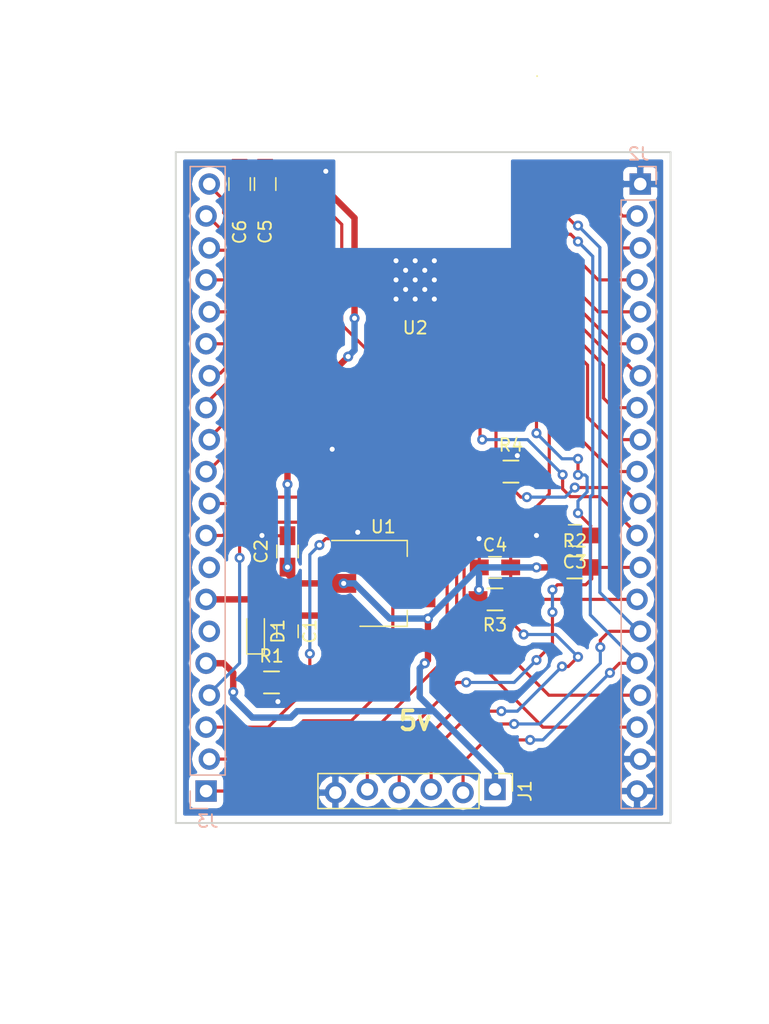
<source format=kicad_pcb>
(kicad_pcb (version 20170123) (host pcbnew no-vcs-found-996bcdf~58~ubuntu16.04.1)

  (general
    (links 70)
    (no_connects 0)
    (area 131.7 48.1 196.515716 131.015001)
    (thickness 1.6)
    (drawings 11)
    (tracks 386)
    (zones 0)
    (modules 16)
    (nets 41)
  )

  (page A4)
  (layers
    (0 F.Cu signal)
    (31 B.Cu signal)
    (32 B.Adhes user)
    (33 F.Adhes user)
    (34 B.Paste user)
    (35 F.Paste user)
    (36 B.SilkS user)
    (37 F.SilkS user)
    (38 B.Mask user)
    (39 F.Mask user)
    (40 Dwgs.User user)
    (41 Cmts.User user)
    (42 Eco1.User user)
    (43 Eco2.User user)
    (44 Edge.Cuts user)
    (45 Margin user)
    (46 B.CrtYd user)
    (47 F.CrtYd user)
    (48 B.Fab user)
    (49 F.Fab user)
  )

  (setup
    (last_trace_width 0.25)
    (trace_clearance 0.2)
    (zone_clearance 0.508)
    (zone_45_only yes)
    (trace_min 0.2)
    (segment_width 0.2)
    (edge_width 0.15)
    (via_size 0.8)
    (via_drill 0.4)
    (via_min_size 0.4)
    (via_min_drill 0.3)
    (uvia_size 0.3)
    (uvia_drill 0.1)
    (uvias_allowed no)
    (uvia_min_size 0.2)
    (uvia_min_drill 0.1)
    (pcb_text_width 0.3)
    (pcb_text_size 1.5 1.5)
    (mod_edge_width 0.15)
    (mod_text_size 1 1)
    (mod_text_width 0.15)
    (pad_size 1.524 1.524)
    (pad_drill 0.762)
    (pad_to_mask_clearance 0.2)
    (aux_axis_origin 0 0)
    (visible_elements FFFDFF7F)
    (pcbplotparams
      (layerselection 0x00030_ffffffff)
      (usegerberextensions false)
      (excludeedgelayer true)
      (linewidth 0.100000)
      (plotframeref false)
      (viasonmask false)
      (mode 1)
      (useauxorigin false)
      (hpglpennumber 1)
      (hpglpenspeed 20)
      (hpglpendiameter 15)
      (psnegative false)
      (psa4output false)
      (plotreference true)
      (plotvalue true)
      (plotinvisibletext false)
      (padsonsilk false)
      (subtractmaskfromsilk false)
      (outputformat 1)
      (mirror false)
      (drillshape 1)
      (scaleselection 1)
      (outputdirectory ""))
  )

  (net 0 "")
  (net 1 GND)
  (net 2 3v3)
  (net 3 "Net-(U2-Pad32)")
  (net 4 "Net-(D1-Pad1)")
  (net 5 /sheet5955264A/IO23)
  (net 6 /sheet5955264A/IO22)
  (net 7 /sheet59552649/IO0_EXT)
  (net 8 /sheet59552649/EN_EXT)
  (net 9 /sheet5955264A/IO21)
  (net 10 /sheet5955264A/IO19)
  (net 11 /sheet5955264A/IO18)
  (net 12 /sheet5955264A/IO5)
  (net 13 /sheet5955264A/IO17)
  (net 14 /sheet5955264A/IO16)
  (net 15 /sheet5955264A/IO4)
  (net 16 /sheet59552649/IO0)
  (net 17 /sheet5955264A/IO2)
  (net 18 /sheet5955264A/IO15)
  (net 19 /sheet5955264A/SD1)
  (net 20 /sheet5955264A/SD0)
  (net 21 /sheet5955264A/CLK)
  (net 22 /sheet5955264A/CMD)
  (net 23 /sheet5955264A/SD3)
  (net 24 /sheet5955264A/SD2)
  (net 25 /sheet5955264A/IO13)
  (net 26 /sheet59552649/EN)
  (net 27 /sheet5955264A/SENSOR_VP)
  (net 28 /sheet5955264A/SENSOR_VN)
  (net 29 /sheet5955264A/IO34)
  (net 30 /sheet5955264A/IO35)
  (net 31 /sheet5955264A/IO32)
  (net 32 /sheet5955264A/IO33)
  (net 33 /sheet5955264A/IO25)
  (net 34 /sheet5955264A/IO26)
  (net 35 /sheet5955264A/IO27)
  (net 36 /sheet5955264A/IO14)
  (net 37 /sheet5955264A/IO12)
  (net 38 /sheet59552648/EXT_5V)
  (net 39 "Net-(J3-Pad6)")
  (net 40 "Net-(J3-Pad8)")

  (net_class Default "This is the default net class."
    (clearance 0.2)
    (trace_width 0.25)
    (via_dia 0.8)
    (via_drill 0.4)
    (uvia_dia 0.3)
    (uvia_drill 0.1)
    (add_net /sheet59552649/EN)
    (add_net /sheet59552649/EN_EXT)
    (add_net /sheet59552649/IO0)
    (add_net /sheet59552649/IO0_EXT)
    (add_net /sheet5955264A/CLK)
    (add_net /sheet5955264A/CMD)
    (add_net /sheet5955264A/IO12)
    (add_net /sheet5955264A/IO13)
    (add_net /sheet5955264A/IO14)
    (add_net /sheet5955264A/IO15)
    (add_net /sheet5955264A/IO16)
    (add_net /sheet5955264A/IO17)
    (add_net /sheet5955264A/IO18)
    (add_net /sheet5955264A/IO19)
    (add_net /sheet5955264A/IO2)
    (add_net /sheet5955264A/IO21)
    (add_net /sheet5955264A/IO22)
    (add_net /sheet5955264A/IO23)
    (add_net /sheet5955264A/IO25)
    (add_net /sheet5955264A/IO26)
    (add_net /sheet5955264A/IO27)
    (add_net /sheet5955264A/IO32)
    (add_net /sheet5955264A/IO33)
    (add_net /sheet5955264A/IO34)
    (add_net /sheet5955264A/IO35)
    (add_net /sheet5955264A/IO4)
    (add_net /sheet5955264A/IO5)
    (add_net /sheet5955264A/SD0)
    (add_net /sheet5955264A/SD1)
    (add_net /sheet5955264A/SD2)
    (add_net /sheet5955264A/SD3)
    (add_net /sheet5955264A/SENSOR_VN)
    (add_net /sheet5955264A/SENSOR_VP)
    (add_net GND)
    (add_net "Net-(D1-Pad1)")
    (add_net "Net-(J3-Pad6)")
    (add_net "Net-(J3-Pad8)")
    (add_net "Net-(U2-Pad32)")
  )

  (net_class "5v power" ""
    (clearance 0.2)
    (trace_width 0.508)
    (via_dia 0.8)
    (via_drill 0.4)
    (uvia_dia 0.3)
    (uvia_drill 0.1)
    (add_net /sheet59552648/EXT_5V)
    (add_net 3v3)
  )

  (module narra:Pin_Header_5mil_staggered_1x20_2.54mm (layer B.Cu) (tedit 5953A607) (tstamp 5953B8DD)
    (at 148.59 110.49)
    (descr "Through hole straight pin header, 1x20, 2.54mm pitch, single row")
    (tags "Through hole pin header THT 1x20 2.54mm single row")
    (path /59552753/5951391D)
    (fp_text reference J3 (at 0 2.39) (layer B.SilkS)
      (effects (font (size 1 1) (thickness 0.15)) (justify mirror))
    )
    (fp_text value CONN_01X20 (at 0 -50.65) (layer B.Fab)
      (effects (font (size 1 1) (thickness 0.15)) (justify mirror))
    )
    (fp_line (start -1.27 1.27) (end -1.27 -49.53) (layer B.Fab) (width 0.1))
    (fp_line (start -1.27 -49.53) (end 1.27 -49.53) (layer B.Fab) (width 0.1))
    (fp_line (start 1.27 -49.53) (end 1.27 1.27) (layer B.Fab) (width 0.1))
    (fp_line (start 1.27 1.27) (end -1.27 1.27) (layer B.Fab) (width 0.1))
    (fp_line (start -1.39 -1.27) (end -1.39 -49.65) (layer B.SilkS) (width 0.12))
    (fp_line (start -1.39 -49.65) (end 1.39 -49.65) (layer B.SilkS) (width 0.12))
    (fp_line (start 1.39 -49.65) (end 1.39 -1.27) (layer B.SilkS) (width 0.12))
    (fp_line (start 1.39 -1.27) (end -1.39 -1.27) (layer B.SilkS) (width 0.12))
    (fp_line (start -1.39 0) (end -1.39 1.39) (layer B.SilkS) (width 0.12))
    (fp_line (start -1.39 1.39) (end 0 1.39) (layer B.SilkS) (width 0.12))
    (fp_line (start -1.6 1.6) (end -1.6 -49.8) (layer B.CrtYd) (width 0.05))
    (fp_line (start -1.6 -49.8) (end 1.6 -49.8) (layer B.CrtYd) (width 0.05))
    (fp_line (start 1.6 -49.8) (end 1.6 1.6) (layer B.CrtYd) (width 0.05))
    (fp_line (start 1.6 1.6) (end -1.6 1.6) (layer B.CrtYd) (width 0.05))
    (pad 1 thru_hole rect (at -0.127 0) (size 1.7 1.7) (drill 1) (layers *.Cu *.Mask)
      (net 21 /sheet5955264A/CLK))
    (pad 2 thru_hole oval (at 0.127 -2.54) (size 1.7 1.7) (drill 1) (layers *.Cu *.Mask)
      (net 22 /sheet5955264A/CMD))
    (pad 3 thru_hole oval (at -0.127 -5.08) (size 1.7 1.7) (drill 1) (layers *.Cu *.Mask)
      (net 23 /sheet5955264A/SD3))
    (pad 4 thru_hole oval (at 0.127 -7.62) (size 1.7 1.7) (drill 1) (layers *.Cu *.Mask)
      (net 24 /sheet5955264A/SD2))
    (pad 5 thru_hole oval (at -0.127 -10.16) (size 1.7 1.7) (drill 1) (layers *.Cu *.Mask)
      (net 2 3v3))
    (pad 6 thru_hole oval (at 0.127 -12.7) (size 1.7 1.7) (drill 1) (layers *.Cu *.Mask)
      (net 39 "Net-(J3-Pad6)"))
    (pad 7 thru_hole oval (at -0.127 -15.24) (size 1.7 1.7) (drill 1) (layers *.Cu *.Mask)
      (net 38 /sheet59552648/EXT_5V))
    (pad 8 thru_hole oval (at 0.127 -17.78) (size 1.7 1.7) (drill 1) (layers *.Cu *.Mask)
      (net 40 "Net-(J3-Pad8)"))
    (pad 9 thru_hole oval (at -0.127 -20.32) (size 1.7 1.7) (drill 1) (layers *.Cu *.Mask)
      (net 25 /sheet5955264A/IO13))
    (pad 10 thru_hole oval (at 0.127 -22.86) (size 1.7 1.7) (drill 1) (layers *.Cu *.Mask)
      (net 37 /sheet5955264A/IO12))
    (pad 11 thru_hole oval (at -0.127 -25.4) (size 1.7 1.7) (drill 1) (layers *.Cu *.Mask)
      (net 36 /sheet5955264A/IO14))
    (pad 12 thru_hole oval (at 0.127 -27.94) (size 1.7 1.7) (drill 1) (layers *.Cu *.Mask)
      (net 35 /sheet5955264A/IO27))
    (pad 13 thru_hole oval (at -0.127 -30.48) (size 1.7 1.7) (drill 1) (layers *.Cu *.Mask)
      (net 34 /sheet5955264A/IO26))
    (pad 14 thru_hole oval (at 0.127 -33.02) (size 1.7 1.7) (drill 1) (layers *.Cu *.Mask)
      (net 33 /sheet5955264A/IO25))
    (pad 15 thru_hole oval (at -0.127 -35.56) (size 1.7 1.7) (drill 1) (layers *.Cu *.Mask)
      (net 32 /sheet5955264A/IO33))
    (pad 16 thru_hole oval (at 0.127 -38.1) (size 1.7 1.7) (drill 1) (layers *.Cu *.Mask)
      (net 31 /sheet5955264A/IO32))
    (pad 17 thru_hole oval (at -0.127 -40.64) (size 1.7 1.7) (drill 1) (layers *.Cu *.Mask)
      (net 30 /sheet5955264A/IO35))
    (pad 18 thru_hole oval (at 0.127 -43.18) (size 1.7 1.7) (drill 1) (layers *.Cu *.Mask)
      (net 29 /sheet5955264A/IO34))
    (pad 19 thru_hole oval (at -0.127 -45.72) (size 1.7 1.7) (drill 1) (layers *.Cu *.Mask)
      (net 28 /sheet5955264A/SENSOR_VN))
    (pad 20 thru_hole oval (at 0.127 -48.26) (size 1.7 1.7) (drill 1) (layers *.Cu *.Mask)
      (net 27 /sheet5955264A/SENSOR_VP))
    (model Pin_Headers.3dshapes/Pin_Header_Straight_1x20_Pitch2.54mm.wrl
      (at (xyz 0 -0.95 0))
      (scale (xyz 1 1 1))
      (rotate (xyz 0 0 90))
    )
  )

  (module narra:Pin_Header_5mil_staggered_1x20_2.54mm (layer B.Cu) (tedit 5953A607) (tstamp 5953B86E)
    (at 182.88 62.23 180)
    (descr "Through hole straight pin header, 1x20, 2.54mm pitch, single row")
    (tags "Through hole pin header THT 1x20 2.54mm single row")
    (path /5955270D/59513823)
    (fp_text reference J2 (at 0 2.39 180) (layer B.SilkS)
      (effects (font (size 1 1) (thickness 0.15)) (justify mirror))
    )
    (fp_text value CONN_01X20 (at 0 -50.65 180) (layer B.Fab)
      (effects (font (size 1 1) (thickness 0.15)) (justify mirror))
    )
    (fp_line (start 1.6 1.6) (end -1.6 1.6) (layer B.CrtYd) (width 0.05))
    (fp_line (start 1.6 -49.8) (end 1.6 1.6) (layer B.CrtYd) (width 0.05))
    (fp_line (start -1.6 -49.8) (end 1.6 -49.8) (layer B.CrtYd) (width 0.05))
    (fp_line (start -1.6 1.6) (end -1.6 -49.8) (layer B.CrtYd) (width 0.05))
    (fp_line (start -1.39 1.39) (end 0 1.39) (layer B.SilkS) (width 0.12))
    (fp_line (start -1.39 0) (end -1.39 1.39) (layer B.SilkS) (width 0.12))
    (fp_line (start 1.39 -1.27) (end -1.39 -1.27) (layer B.SilkS) (width 0.12))
    (fp_line (start 1.39 -49.65) (end 1.39 -1.27) (layer B.SilkS) (width 0.12))
    (fp_line (start -1.39 -49.65) (end 1.39 -49.65) (layer B.SilkS) (width 0.12))
    (fp_line (start -1.39 -1.27) (end -1.39 -49.65) (layer B.SilkS) (width 0.12))
    (fp_line (start 1.27 1.27) (end -1.27 1.27) (layer B.Fab) (width 0.1))
    (fp_line (start 1.27 -49.53) (end 1.27 1.27) (layer B.Fab) (width 0.1))
    (fp_line (start -1.27 -49.53) (end 1.27 -49.53) (layer B.Fab) (width 0.1))
    (fp_line (start -1.27 1.27) (end -1.27 -49.53) (layer B.Fab) (width 0.1))
    (pad 20 thru_hole oval (at 0.127 -48.26 180) (size 1.7 1.7) (drill 1) (layers *.Cu *.Mask)
      (net 1 GND))
    (pad 19 thru_hole oval (at -0.127 -45.72 180) (size 1.7 1.7) (drill 1) (layers *.Cu *.Mask)
      (net 1 GND))
    (pad 18 thru_hole oval (at 0.127 -43.18 180) (size 1.7 1.7) (drill 1) (layers *.Cu *.Mask)
      (net 20 /sheet5955264A/SD0))
    (pad 17 thru_hole oval (at -0.127 -40.64 180) (size 1.7 1.7) (drill 1) (layers *.Cu *.Mask)
      (net 19 /sheet5955264A/SD1))
    (pad 16 thru_hole oval (at 0.127 -38.1 180) (size 1.7 1.7) (drill 1) (layers *.Cu *.Mask)
      (net 8 /sheet59552649/EN_EXT))
    (pad 15 thru_hole oval (at -0.127 -35.56 180) (size 1.7 1.7) (drill 1) (layers *.Cu *.Mask)
      (net 7 /sheet59552649/IO0_EXT))
    (pad 14 thru_hole oval (at 0.127 -33.02 180) (size 1.7 1.7) (drill 1) (layers *.Cu *.Mask)
      (net 16 /sheet59552649/IO0))
    (pad 13 thru_hole oval (at -0.127 -30.48 180) (size 1.7 1.7) (drill 1) (layers *.Cu *.Mask)
      (net 26 /sheet59552649/EN))
    (pad 12 thru_hole oval (at 0.127 -27.94 180) (size 1.7 1.7) (drill 1) (layers *.Cu *.Mask)
      (net 18 /sheet5955264A/IO15))
    (pad 11 thru_hole oval (at -0.127 -25.4 180) (size 1.7 1.7) (drill 1) (layers *.Cu *.Mask)
      (net 17 /sheet5955264A/IO2))
    (pad 10 thru_hole oval (at 0.127 -22.86 180) (size 1.7 1.7) (drill 1) (layers *.Cu *.Mask)
      (net 15 /sheet5955264A/IO4))
    (pad 9 thru_hole oval (at -0.127 -20.32 180) (size 1.7 1.7) (drill 1) (layers *.Cu *.Mask)
      (net 14 /sheet5955264A/IO16))
    (pad 8 thru_hole oval (at 0.127 -17.78 180) (size 1.7 1.7) (drill 1) (layers *.Cu *.Mask)
      (net 13 /sheet5955264A/IO17))
    (pad 7 thru_hole oval (at -0.127 -15.24 180) (size 1.7 1.7) (drill 1) (layers *.Cu *.Mask)
      (net 12 /sheet5955264A/IO5))
    (pad 6 thru_hole oval (at 0.127 -12.7 180) (size 1.7 1.7) (drill 1) (layers *.Cu *.Mask)
      (net 11 /sheet5955264A/IO18))
    (pad 5 thru_hole oval (at -0.127 -10.16 180) (size 1.7 1.7) (drill 1) (layers *.Cu *.Mask)
      (net 10 /sheet5955264A/IO19))
    (pad 4 thru_hole oval (at 0.127 -7.62 180) (size 1.7 1.7) (drill 1) (layers *.Cu *.Mask)
      (net 9 /sheet5955264A/IO21))
    (pad 3 thru_hole oval (at -0.127 -5.08 180) (size 1.7 1.7) (drill 1) (layers *.Cu *.Mask)
      (net 6 /sheet5955264A/IO22))
    (pad 2 thru_hole oval (at 0.127 -2.54 180) (size 1.7 1.7) (drill 1) (layers *.Cu *.Mask)
      (net 5 /sheet5955264A/IO23))
    (pad 1 thru_hole rect (at -0.127 0 180) (size 1.7 1.7) (drill 1) (layers *.Cu *.Mask)
      (net 1 GND))
    (model Pin_Headers.3dshapes/Pin_Header_Straight_1x20_Pitch2.54mm.wrl
      (at (xyz 0 -0.95 0))
      (scale (xyz 1 1 1))
      (rotate (xyz 0 0 90))
    )
  )

  (module narra:Pin_header_5mil_staggered_1x06_2.54mm (layer F.Cu) (tedit 5953A418) (tstamp 5953B829)
    (at 171.45 110.49 270)
    (descr "Through hole straight pin header, 1x06, 2.54mm pitch, single row")
    (tags "Through hole pin header THT 1x06 2.54mm single row")
    (path /5955265C/5951994E)
    (fp_text reference J1 (at 0 -2.39 270) (layer F.SilkS)
      (effects (font (size 1 1) (thickness 0.15)))
    )
    (fp_text value CONN_01X06 (at 0 15.09 270) (layer F.Fab)
      (effects (font (size 1 1) (thickness 0.15)))
    )
    (fp_line (start 1.6 -1.6) (end -1.6 -1.6) (layer F.CrtYd) (width 0.05))
    (fp_line (start 1.6 14.3) (end 1.6 -1.6) (layer F.CrtYd) (width 0.05))
    (fp_line (start -1.6 14.3) (end 1.6 14.3) (layer F.CrtYd) (width 0.05))
    (fp_line (start -1.6 -1.6) (end -1.6 14.3) (layer F.CrtYd) (width 0.05))
    (fp_line (start -1.39 -1.39) (end 0 -1.39) (layer F.SilkS) (width 0.12))
    (fp_line (start -1.39 0) (end -1.39 -1.39) (layer F.SilkS) (width 0.12))
    (fp_line (start 1.39 1.27) (end -1.39 1.27) (layer F.SilkS) (width 0.12))
    (fp_line (start 1.39 14.09) (end 1.39 1.27) (layer F.SilkS) (width 0.12))
    (fp_line (start -1.39 14.09) (end 1.39 14.09) (layer F.SilkS) (width 0.12))
    (fp_line (start -1.39 1.27) (end -1.39 14.09) (layer F.SilkS) (width 0.12))
    (fp_line (start 1.27 -1.27) (end -1.27 -1.27) (layer F.Fab) (width 0.1))
    (fp_line (start 1.27 13.97) (end 1.27 -1.27) (layer F.Fab) (width 0.1))
    (fp_line (start -1.27 13.97) (end 1.27 13.97) (layer F.Fab) (width 0.1))
    (fp_line (start -1.27 -1.27) (end -1.27 13.97) (layer F.Fab) (width 0.1))
    (pad 6 thru_hole oval (at 0.127 12.7 270) (size 1.7 1.7) (drill 1) (layers *.Cu *.Mask)
      (net 1 GND))
    (pad 5 thru_hole oval (at -0.127 10.16 270) (size 1.7 1.7) (drill 1) (layers *.Cu *.Mask)
      (net 26 /sheet59552649/EN))
    (pad 4 thru_hole oval (at 0.127 7.62 270) (size 1.7 1.7) (drill 1) (layers *.Cu *.Mask)
      (net 16 /sheet59552649/IO0))
    (pad 3 thru_hole oval (at -0.127 5.08 270) (size 1.7 1.7) (drill 1) (layers *.Cu *.Mask)
      (net 7 /sheet59552649/IO0_EXT))
    (pad 2 thru_hole oval (at 0.127 2.54 270) (size 1.7 1.7) (drill 1) (layers *.Cu *.Mask)
      (net 8 /sheet59552649/EN_EXT))
    (pad 1 thru_hole rect (at -0.127 0 270) (size 1.7 1.7) (drill 1) (layers *.Cu *.Mask)
      (net 2 3v3))
    (model Pin_Headers.3dshapes/Pin_Header_Straight_1x06_Pitch2.54mm.wrl
      (at (xyz 0 -0.25 0))
      (scale (xyz 1 1 1))
      (rotate (xyz 0 0 90))
    )
  )

  (module narra:ESP-WROOM32-MODULE (layer F.Cu) (tedit 5950DCBC) (tstamp 5952AA32)
    (at 156.8 79.15)
    (path /59552697/59510DA6)
    (fp_text reference U2 (at 8.3 -5.49) (layer F.SilkS)
      (effects (font (size 1 1) (thickness 0.15)))
    )
    (fp_text value ESP32-WROOM32-MODULE (at 9.05 -26.55) (layer F.Fab)
      (effects (font (size 1 1) (thickness 0.15)))
    )
    (fp_line (start 14.270885 -0.463519) (end 15.170885 -0.463519) (layer Dwgs.User) (width 0.15))
    (fp_line (start 13.000885 -0.463519) (end 13.900885 -0.463519) (layer Dwgs.User) (width 0.15))
    (fp_line (start 11.730885 -0.463519) (end 12.630885 -0.463519) (layer Dwgs.User) (width 0.15))
    (fp_line (start 10.460885 -0.463519) (end 11.360885 -0.463519) (layer Dwgs.User) (width 0.15))
    (fp_line (start 9.190885 -0.463519) (end 10.090885 -0.463519) (layer Dwgs.User) (width 0.15))
    (fp_line (start 7.920885 -0.463519) (end 8.820885 -0.463519) (layer Dwgs.User) (width 0.15))
    (fp_line (start 6.650885 -0.463519) (end 7.550885 -0.463519) (layer Dwgs.User) (width 0.15))
    (fp_line (start 5.380885 -0.463519) (end 6.280885 -0.463519) (layer Dwgs.User) (width 0.15))
    (fp_line (start 4.110885 -0.463519) (end 5.010885 -0.463519) (layer Dwgs.User) (width 0.15))
    (fp_line (start 15.170885 -0.463519) (end 15.170885 -0.013519) (layer Dwgs.User) (width 0.15))
    (fp_line (start 13.900885 -0.463519) (end 13.900885 -0.013519) (layer Dwgs.User) (width 0.15))
    (fp_line (start 12.630885 -0.463519) (end 12.630885 -0.013519) (layer Dwgs.User) (width 0.15))
    (fp_line (start 11.360885 -0.463519) (end 11.360885 -0.013519) (layer Dwgs.User) (width 0.15))
    (fp_line (start 10.090885 -0.463519) (end 10.090885 -0.013519) (layer Dwgs.User) (width 0.15))
    (fp_line (start 8.820885 -0.463519) (end 8.820885 -0.013519) (layer Dwgs.User) (width 0.15))
    (fp_line (start 7.550885 -0.463519) (end 7.550885 -0.013519) (layer Dwgs.User) (width 0.15))
    (fp_line (start 6.280885 -0.463519) (end 6.280885 -0.013519) (layer Dwgs.User) (width 0.15))
    (fp_line (start 5.010885 -0.463519) (end 5.010885 -0.013519) (layer Dwgs.User) (width 0.15))
    (fp_line (start 14.270885 -0.013519) (end 14.270885 -0.463519) (layer Dwgs.User) (width 0.15))
    (fp_line (start 13.000885 -0.013519) (end 13.000885 -0.463519) (layer Dwgs.User) (width 0.15))
    (fp_line (start 11.730885 -0.013519) (end 11.730885 -0.463519) (layer Dwgs.User) (width 0.15))
    (fp_line (start 10.460885 -0.013519) (end 10.460885 -0.463519) (layer Dwgs.User) (width 0.15))
    (fp_line (start 9.190885 -0.013519) (end 9.190885 -0.463519) (layer Dwgs.User) (width 0.15))
    (fp_line (start 7.920885 -0.013519) (end 7.920885 -0.463519) (layer Dwgs.User) (width 0.15))
    (fp_line (start 6.650885 -0.013519) (end 6.650885 -0.463519) (layer Dwgs.User) (width 0.15))
    (fp_line (start 5.380885 -0.013519) (end 5.380885 -0.463519) (layer Dwgs.User) (width 0.15))
    (fp_line (start 4.110885 -0.013519) (end 4.110885 -0.463519) (layer Dwgs.User) (width 0.15))
    (fp_line (start 16.35 -24.45) (end 16.35 -19.8) (layer Dwgs.User) (width 0.15))
    (fp_line (start 14.5 -24.45) (end 16.35 -24.45) (layer Dwgs.User) (width 0.15))
    (fp_line (start 14.5 -24.45) (end 14.5 -19.75) (layer Dwgs.User) (width 0.15))
    (fp_line (start 11.75 -24.45) (end 14.5 -24.45) (layer Dwgs.User) (width 0.15))
    (fp_line (start 11.75 -21.4) (end 11.75 -24.45) (layer Dwgs.User) (width 0.15))
    (fp_line (start 10.45 -21.4) (end 11.75 -21.4) (layer Dwgs.User) (width 0.15))
    (fp_line (start 10.45 -24.45) (end 10.45 -21.4) (layer Dwgs.User) (width 0.15))
    (fp_line (start 8.1 -24.45) (end 10.45 -24.45) (layer Dwgs.User) (width 0.15))
    (fp_line (start 8.1 -21.4) (end 8.1 -24.45) (layer Dwgs.User) (width 0.15))
    (fp_line (start 5.5 -21.4) (end 8.1 -21.4) (layer Dwgs.User) (width 0.15))
    (fp_line (start 5.5 -24.45) (end 5.5 -21.4) (layer Dwgs.User) (width 0.15))
    (fp_line (start 1.5 -24.45) (end 5.5 -24.45) (layer Dwgs.User) (width 0.15))
    (fp_line (start 1.5 -20.5) (end 1.5 -24.45) (layer Dwgs.User) (width 0.15))
    (fp_line (start 2.840885 -0.463519) (end 3.740885 -0.463519) (layer Dwgs.User) (width 0.15))
    (fp_line (start 3.740885 -0.463519) (end 3.740885 -0.013519) (layer Dwgs.User) (width 0.15))
    (fp_line (start 2.840885 -0.013519) (end 2.840885 -0.463519) (layer Dwgs.User) (width 0.15))
    (fp_line (start 17.560446 -18.46) (end 17.560446 -17.56) (layer Dwgs.User) (width 0.15))
    (fp_line (start 17.560446 -17.19) (end 17.560446 -16.29) (layer Dwgs.User) (width 0.15))
    (fp_line (start 17.560446 -15.92) (end 17.560446 -15.02) (layer Dwgs.User) (width 0.15))
    (fp_line (start 17.560446 -14.65) (end 17.560446 -13.75) (layer Dwgs.User) (width 0.15))
    (fp_line (start 17.560446 -13.38) (end 17.560446 -12.48) (layer Dwgs.User) (width 0.15))
    (fp_line (start 17.560446 -12.11) (end 17.560446 -11.21) (layer Dwgs.User) (width 0.15))
    (fp_line (start 17.560446 -10.84) (end 17.560446 -9.94) (layer Dwgs.User) (width 0.15))
    (fp_line (start 17.560446 -9.57) (end 17.560446 -8.67) (layer Dwgs.User) (width 0.15))
    (fp_line (start 17.560446 -8.3) (end 17.560446 -7.4) (layer Dwgs.User) (width 0.15))
    (fp_line (start 17.560446 -7.03) (end 17.560446 -6.13) (layer Dwgs.User) (width 0.15))
    (fp_line (start 17.560446 -5.76) (end 17.560446 -4.86) (layer Dwgs.User) (width 0.15))
    (fp_line (start 17.560446 -4.49) (end 17.560446 -3.59) (layer Dwgs.User) (width 0.15))
    (fp_line (start 17.560446 -3.22) (end 17.560446 -2.32) (layer Dwgs.User) (width 0.15))
    (fp_line (start 17.560446 -17.56) (end 18.010446 -17.56) (layer Dwgs.User) (width 0.15))
    (fp_line (start 17.560446 -16.29) (end 18.010446 -16.29) (layer Dwgs.User) (width 0.15))
    (fp_line (start 17.560446 -15.02) (end 18.010446 -15.02) (layer Dwgs.User) (width 0.15))
    (fp_line (start 17.560446 -13.75) (end 18.010446 -13.75) (layer Dwgs.User) (width 0.15))
    (fp_line (start 17.560446 -12.48) (end 18.010446 -12.48) (layer Dwgs.User) (width 0.15))
    (fp_line (start 17.560446 -11.21) (end 18.010446 -11.21) (layer Dwgs.User) (width 0.15))
    (fp_line (start 17.560446 -9.94) (end 18.010446 -9.94) (layer Dwgs.User) (width 0.15))
    (fp_line (start 17.560446 -8.67) (end 18.010446 -8.67) (layer Dwgs.User) (width 0.15))
    (fp_line (start 17.560446 -7.4) (end 18.010446 -7.4) (layer Dwgs.User) (width 0.15))
    (fp_line (start 17.560446 -6.13) (end 18.010446 -6.13) (layer Dwgs.User) (width 0.15))
    (fp_line (start 17.560446 -4.86) (end 18.010446 -4.86) (layer Dwgs.User) (width 0.15))
    (fp_line (start 17.560446 -3.59) (end 18.010446 -3.59) (layer Dwgs.User) (width 0.15))
    (fp_line (start 17.560446 -2.32) (end 18.010446 -2.32) (layer Dwgs.User) (width 0.15))
    (fp_line (start 18.010446 -18.46) (end 17.560446 -18.46) (layer Dwgs.User) (width 0.15))
    (fp_line (start 18.010446 -17.19) (end 17.560446 -17.19) (layer Dwgs.User) (width 0.15))
    (fp_line (start 18.010446 -15.92) (end 17.560446 -15.92) (layer Dwgs.User) (width 0.15))
    (fp_line (start 18.010446 -14.65) (end 17.560446 -14.65) (layer Dwgs.User) (width 0.15))
    (fp_line (start 18.010446 -13.38) (end 17.560446 -13.38) (layer Dwgs.User) (width 0.15))
    (fp_line (start 18.010446 -12.11) (end 17.560446 -12.11) (layer Dwgs.User) (width 0.15))
    (fp_line (start 18.010446 -10.84) (end 17.560446 -10.84) (layer Dwgs.User) (width 0.15))
    (fp_line (start 18.010446 -9.57) (end 17.560446 -9.57) (layer Dwgs.User) (width 0.15))
    (fp_line (start 18.010446 -8.3) (end 17.560446 -8.3) (layer Dwgs.User) (width 0.15))
    (fp_line (start 18.010446 -7.03) (end 17.560446 -7.03) (layer Dwgs.User) (width 0.15))
    (fp_line (start 18.010446 -5.76) (end 17.560446 -5.76) (layer Dwgs.User) (width 0.15))
    (fp_line (start 18.010446 -4.49) (end 17.560446 -4.49) (layer Dwgs.User) (width 0.15))
    (fp_line (start 18.010446 -3.22) (end 17.560446 -3.22) (layer Dwgs.User) (width 0.15))
    (fp_line (start 17.560446 -1.95) (end 17.560446 -1.05) (layer Dwgs.User) (width 0.15))
    (fp_line (start 17.560446 -1.05) (end 18.010446 -1.05) (layer Dwgs.User) (width 0.15))
    (fp_line (start 18.010446 -1.95) (end 17.560446 -1.95) (layer Dwgs.User) (width 0.15))
    (fp_line (start 0 -19.5) (end 18 -19.5) (layer Dwgs.User) (width 0.15))
    (fp_line (start 0.45 -18.46) (end 0.45 -17.56) (layer Dwgs.User) (width 0.15))
    (fp_line (start 0.45 -17.19) (end 0.45 -16.29) (layer Dwgs.User) (width 0.15))
    (fp_line (start 0.45 -15.92) (end 0.45 -15.02) (layer Dwgs.User) (width 0.15))
    (fp_line (start 0.45 -14.65) (end 0.45 -13.75) (layer Dwgs.User) (width 0.15))
    (fp_line (start 0.45 -13.38) (end 0.45 -12.48) (layer Dwgs.User) (width 0.15))
    (fp_line (start 0.45 -12.11) (end 0.45 -11.21) (layer Dwgs.User) (width 0.15))
    (fp_line (start 0.45 -10.84) (end 0.45 -9.94) (layer Dwgs.User) (width 0.15))
    (fp_line (start 0.45 -9.57) (end 0.45 -8.67) (layer Dwgs.User) (width 0.15))
    (fp_line (start 0.45 -8.3) (end 0.45 -7.4) (layer Dwgs.User) (width 0.15))
    (fp_line (start 0.45 -7.03) (end 0.45 -6.13) (layer Dwgs.User) (width 0.15))
    (fp_line (start 0.45 -5.76) (end 0.45 -4.86) (layer Dwgs.User) (width 0.15))
    (fp_line (start 0.45 -4.49) (end 0.45 -3.59) (layer Dwgs.User) (width 0.15))
    (fp_line (start 0.45 -3.22) (end 0.45 -2.32) (layer Dwgs.User) (width 0.15))
    (fp_line (start 0 -18.46) (end 0.45 -18.46) (layer Dwgs.User) (width 0.15))
    (fp_line (start 0 -17.19) (end 0.45 -17.19) (layer Dwgs.User) (width 0.15))
    (fp_line (start 0 -15.92) (end 0.45 -15.92) (layer Dwgs.User) (width 0.15))
    (fp_line (start 0 -14.65) (end 0.45 -14.65) (layer Dwgs.User) (width 0.15))
    (fp_line (start 0 -13.38) (end 0.45 -13.38) (layer Dwgs.User) (width 0.15))
    (fp_line (start 0 -12.11) (end 0.45 -12.11) (layer Dwgs.User) (width 0.15))
    (fp_line (start 0 -10.84) (end 0.45 -10.84) (layer Dwgs.User) (width 0.15))
    (fp_line (start 0 -9.57) (end 0.45 -9.57) (layer Dwgs.User) (width 0.15))
    (fp_line (start 0 -8.3) (end 0.45 -8.3) (layer Dwgs.User) (width 0.15))
    (fp_line (start 0 -7.03) (end 0.45 -7.03) (layer Dwgs.User) (width 0.15))
    (fp_line (start 0 -5.76) (end 0.45 -5.76) (layer Dwgs.User) (width 0.15))
    (fp_line (start 0 -4.49) (end 0.45 -4.49) (layer Dwgs.User) (width 0.15))
    (fp_line (start 0 -3.22) (end 0.45 -3.22) (layer Dwgs.User) (width 0.15))
    (fp_line (start 0.45 -17.56) (end 0 -17.56) (layer Dwgs.User) (width 0.15))
    (fp_line (start 0.45 -16.29) (end 0 -16.29) (layer Dwgs.User) (width 0.15))
    (fp_line (start 0.45 -15.02) (end 0 -15.02) (layer Dwgs.User) (width 0.15))
    (fp_line (start 0.45 -13.75) (end 0 -13.75) (layer Dwgs.User) (width 0.15))
    (fp_line (start 0.45 -12.48) (end 0 -12.48) (layer Dwgs.User) (width 0.15))
    (fp_line (start 0.45 -11.21) (end 0 -11.21) (layer Dwgs.User) (width 0.15))
    (fp_line (start 0.45 -9.94) (end 0 -9.94) (layer Dwgs.User) (width 0.15))
    (fp_line (start 0.45 -8.67) (end 0 -8.67) (layer Dwgs.User) (width 0.15))
    (fp_line (start 0.45 -7.4) (end 0 -7.4) (layer Dwgs.User) (width 0.15))
    (fp_line (start 0.45 -6.13) (end 0 -6.13) (layer Dwgs.User) (width 0.15))
    (fp_line (start 0.45 -4.86) (end 0 -4.86) (layer Dwgs.User) (width 0.15))
    (fp_line (start 0.45 -3.59) (end 0 -3.59) (layer Dwgs.User) (width 0.15))
    (fp_line (start 0.45 -2.32) (end 0 -2.32) (layer Dwgs.User) (width 0.15))
    (fp_line (start 0.45 -1.05) (end 0 -1.05) (layer Dwgs.User) (width 0.15))
    (fp_line (start 0.45 -1.95) (end 0.45 -1.05) (layer Dwgs.User) (width 0.15))
    (fp_line (start 0 -1.95) (end 0.45 -1.95) (layer Dwgs.User) (width 0.15))
    (fp_line (start 18 -25.5) (end 18 -25.5) (layer F.SilkS) (width 0.15))
    (fp_line (start 0 -25.5) (end 18 -25.5) (layer Dwgs.User) (width 0.15))
    (fp_line (start 0 0) (end 0 -25.5) (layer Dwgs.User) (width 0.15))
    (fp_line (start 18 0) (end 0 0) (layer Dwgs.User) (width 0.15))
    (fp_line (start 18 -25.5) (end 18 0) (layer Dwgs.User) (width 0.15))
    (pad 38 smd rect (at 18.9 -18.01) (size 2.7 0.9) (layers F.Cu F.Paste F.Mask)
      (net 1 GND))
    (pad 37 smd rect (at 18.9 -16.74) (size 2.7 0.9) (layers F.Cu F.Paste F.Mask)
      (net 5 /sheet5955264A/IO23))
    (pad 36 smd rect (at 18.9 -15.47) (size 2.7 0.9) (layers F.Cu F.Paste F.Mask)
      (net 6 /sheet5955264A/IO22))
    (pad 35 smd rect (at 18.9 -14.2) (size 2.7 0.9) (layers F.Cu F.Paste F.Mask)
      (net 7 /sheet59552649/IO0_EXT))
    (pad 34 smd rect (at 18.9 -12.93) (size 2.7 0.9) (layers F.Cu F.Paste F.Mask)
      (net 8 /sheet59552649/EN_EXT))
    (pad 33 smd rect (at 18.9 -11.66) (size 2.7 0.9) (layers F.Cu F.Paste F.Mask)
      (net 9 /sheet5955264A/IO21))
    (pad 32 smd rect (at 18.9 -10.39) (size 2.7 0.9) (layers F.Cu F.Paste F.Mask)
      (net 3 "Net-(U2-Pad32)"))
    (pad 31 smd rect (at 18.9 -9.12) (size 2.7 0.9) (layers F.Cu F.Paste F.Mask)
      (net 10 /sheet5955264A/IO19))
    (pad 30 smd rect (at 18.9 -7.85) (size 2.7 0.9) (layers F.Cu F.Paste F.Mask)
      (net 11 /sheet5955264A/IO18))
    (pad 29 smd rect (at 18.9 -6.58) (size 2.7 0.9) (layers F.Cu F.Paste F.Mask)
      (net 12 /sheet5955264A/IO5))
    (pad 28 smd rect (at 18.9 -5.31) (size 2.7 0.9) (layers F.Cu F.Paste F.Mask)
      (net 13 /sheet5955264A/IO17))
    (pad 27 smd rect (at 18.9 -4.04) (size 2.7 0.9) (layers F.Cu F.Paste F.Mask)
      (net 14 /sheet5955264A/IO16))
    (pad 26 smd rect (at 18.9 -2.77) (size 2.7 0.9) (layers F.Cu F.Paste F.Mask)
      (net 15 /sheet5955264A/IO4))
    (pad 25 smd rect (at 18.9 -1.5) (size 2.7 0.9) (layers F.Cu F.Paste F.Mask)
      (net 16 /sheet59552649/IO0))
    (pad 24 smd rect (at 14.73 0.9) (size 0.9 2.7) (layers F.Cu F.Paste F.Mask)
      (net 17 /sheet5955264A/IO2))
    (pad 23 smd rect (at 13.46 0.9) (size 0.9 2.7) (layers F.Cu F.Paste F.Mask)
      (net 18 /sheet5955264A/IO15))
    (pad 22 smd rect (at 12.19 0.9) (size 0.9 2.7) (layers F.Cu F.Paste F.Mask)
      (net 19 /sheet5955264A/SD1))
    (pad 21 smd rect (at 10.92 0.9) (size 0.9 2.7) (layers F.Cu F.Paste F.Mask)
      (net 20 /sheet5955264A/SD0))
    (pad 20 smd rect (at 9.65 0.9) (size 0.9 2.7) (layers F.Cu F.Paste F.Mask)
      (net 21 /sheet5955264A/CLK))
    (pad 19 smd rect (at 8.38 0.9) (size 0.9 2.7) (layers F.Cu F.Paste F.Mask)
      (net 22 /sheet5955264A/CMD))
    (pad 18 smd rect (at 7.11 0.9) (size 0.9 2.7) (layers F.Cu F.Paste F.Mask)
      (net 23 /sheet5955264A/SD3))
    (pad 17 smd rect (at 5.84 0.9) (size 0.9 2.7) (layers F.Cu F.Paste F.Mask)
      (net 24 /sheet5955264A/SD2))
    (pad 16 smd rect (at 4.57 0.9) (size 0.9 2.7) (layers F.Cu F.Paste F.Mask)
      (net 25 /sheet5955264A/IO13))
    (pad 15 smd rect (at 3.3 0.9) (size 0.9 2.7) (layers F.Cu F.Paste F.Mask)
      (net 1 GND))
    (pad 1 smd rect (at -0.9 -18.01) (size 2.7 0.9) (layers F.Cu F.Paste F.Mask)
      (net 1 GND))
    (pad 2 smd rect (at -0.9 -16.74) (size 2.7 0.9) (layers F.Cu F.Paste F.Mask)
      (net 2 3v3))
    (pad 3 smd rect (at -0.9 -15.47) (size 2.7 0.9) (layers F.Cu F.Paste F.Mask)
      (net 26 /sheet59552649/EN))
    (pad 4 smd rect (at -0.9 -14.2) (size 2.7 0.9) (layers F.Cu F.Paste F.Mask)
      (net 27 /sheet5955264A/SENSOR_VP))
    (pad 5 smd rect (at -0.9 -12.93) (size 2.7 0.9) (layers F.Cu F.Paste F.Mask)
      (net 28 /sheet5955264A/SENSOR_VN))
    (pad 6 smd rect (at -0.9 -11.66) (size 2.7 0.9) (layers F.Cu F.Paste F.Mask)
      (net 29 /sheet5955264A/IO34))
    (pad 7 smd rect (at -0.9 -10.39) (size 2.7 0.9) (layers F.Cu F.Paste F.Mask)
      (net 30 /sheet5955264A/IO35))
    (pad 8 smd rect (at -0.9 -9.12) (size 2.7 0.9) (layers F.Cu F.Paste F.Mask)
      (net 31 /sheet5955264A/IO32))
    (pad 9 smd rect (at -0.9 -7.85) (size 2.7 0.9) (layers F.Cu F.Paste F.Mask)
      (net 32 /sheet5955264A/IO33))
    (pad 10 smd rect (at -0.9 -6.58) (size 2.7 0.9) (layers F.Cu F.Paste F.Mask)
      (net 33 /sheet5955264A/IO25))
    (pad 11 smd rect (at -0.9 -5.31) (size 2.7 0.9) (layers F.Cu F.Paste F.Mask)
      (net 34 /sheet5955264A/IO26))
    (pad 12 smd rect (at -0.9 -4.04) (size 2.7 0.9) (layers F.Cu F.Paste F.Mask)
      (net 35 /sheet5955264A/IO27))
    (pad 13 smd rect (at -0.9 -2.77) (size 2.7 0.9) (layers F.Cu F.Paste F.Mask)
      (net 36 /sheet5955264A/IO14))
    (pad 14 smd rect (at -0.9 -1.5) (size 2.7 0.9) (layers F.Cu F.Paste F.Mask)
      (net 37 /sheet5955264A/IO12))
    (pad 1 smd rect (at 8.3 -9.3) (size 4 4) (layers F.Cu F.Paste F.Mask)
      (net 1 GND))
  )

  (module Capacitors_SMD:C_0805_HandSoldering (layer F.Cu) (tedit 541A9B8D) (tstamp 5952AEDB)
    (at 151.13 62.23 90)
    (descr "Capacitor SMD 0805, hand soldering")
    (tags "capacitor 0805")
    (path /59552697/59555791)
    (attr smd)
    (fp_text reference C6 (at -3.81 0 90) (layer F.SilkS)
      (effects (font (size 1 1) (thickness 0.15)))
    )
    (fp_text value 0.1uF (at 0 2.1 90) (layer F.Fab)
      (effects (font (size 1 1) (thickness 0.15)))
    )
    (fp_line (start -1 0.625) (end -1 -0.625) (layer F.Fab) (width 0.1))
    (fp_line (start 1 0.625) (end -1 0.625) (layer F.Fab) (width 0.1))
    (fp_line (start 1 -0.625) (end 1 0.625) (layer F.Fab) (width 0.1))
    (fp_line (start -1 -0.625) (end 1 -0.625) (layer F.Fab) (width 0.1))
    (fp_line (start -2.3 -1) (end 2.3 -1) (layer F.CrtYd) (width 0.05))
    (fp_line (start -2.3 1) (end 2.3 1) (layer F.CrtYd) (width 0.05))
    (fp_line (start -2.3 -1) (end -2.3 1) (layer F.CrtYd) (width 0.05))
    (fp_line (start 2.3 -1) (end 2.3 1) (layer F.CrtYd) (width 0.05))
    (fp_line (start 0.5 -0.85) (end -0.5 -0.85) (layer F.SilkS) (width 0.12))
    (fp_line (start -0.5 0.85) (end 0.5 0.85) (layer F.SilkS) (width 0.12))
    (pad 1 smd rect (at -1.25 0 90) (size 1.5 1.25) (layers F.Cu F.Paste F.Mask)
      (net 2 3v3))
    (pad 2 smd rect (at 1.25 0 90) (size 1.5 1.25) (layers F.Cu F.Paste F.Mask)
      (net 1 GND))
    (model Capacitors_SMD.3dshapes/C_0805_HandSoldering.wrl
      (at (xyz 0 0 0))
      (scale (xyz 1 1 1))
      (rotate (xyz 0 0 0))
    )
  )

  (module Capacitors_SMD:C_0805_HandSoldering (layer F.Cu) (tedit 541A9B8D) (tstamp 5952AEAD)
    (at 153.162 62.23 90)
    (descr "Capacitor SMD 0805, hand soldering")
    (tags "capacitor 0805")
    (path /59552697/59510F96)
    (attr smd)
    (fp_text reference C5 (at -3.79 0 90) (layer F.SilkS)
      (effects (font (size 1 1) (thickness 0.15)))
    )
    (fp_text value 10uF (at 0 2.1 90) (layer F.Fab)
      (effects (font (size 1 1) (thickness 0.15)))
    )
    (fp_line (start -0.5 0.85) (end 0.5 0.85) (layer F.SilkS) (width 0.12))
    (fp_line (start 0.5 -0.85) (end -0.5 -0.85) (layer F.SilkS) (width 0.12))
    (fp_line (start 2.3 -1) (end 2.3 1) (layer F.CrtYd) (width 0.05))
    (fp_line (start -2.3 -1) (end -2.3 1) (layer F.CrtYd) (width 0.05))
    (fp_line (start -2.3 1) (end 2.3 1) (layer F.CrtYd) (width 0.05))
    (fp_line (start -2.3 -1) (end 2.3 -1) (layer F.CrtYd) (width 0.05))
    (fp_line (start -1 -0.625) (end 1 -0.625) (layer F.Fab) (width 0.1))
    (fp_line (start 1 -0.625) (end 1 0.625) (layer F.Fab) (width 0.1))
    (fp_line (start 1 0.625) (end -1 0.625) (layer F.Fab) (width 0.1))
    (fp_line (start -1 0.625) (end -1 -0.625) (layer F.Fab) (width 0.1))
    (pad 2 smd rect (at 1.25 0 90) (size 1.5 1.25) (layers F.Cu F.Paste F.Mask)
      (net 1 GND))
    (pad 1 smd rect (at -1.25 0 90) (size 1.5 1.25) (layers F.Cu F.Paste F.Mask)
      (net 2 3v3))
    (model Capacitors_SMD.3dshapes/C_0805_HandSoldering.wrl
      (at (xyz 0 0 0))
      (scale (xyz 1 1 1))
      (rotate (xyz 0 0 0))
    )
  )

  (module Capacitors_SMD:C_0805_HandSoldering (layer F.Cu) (tedit 541A9B8D) (tstamp 5952AE7F)
    (at 171.45 92.71 180)
    (descr "Capacitor SMD 0805, hand soldering")
    (tags "capacitor 0805")
    (path /59552697/59520AAF)
    (attr smd)
    (fp_text reference C4 (at 0 1.778 180) (layer F.SilkS)
      (effects (font (size 1 1) (thickness 0.15)))
    )
    (fp_text value 1nF (at 0 2.1 180) (layer F.Fab)
      (effects (font (size 1 1) (thickness 0.15)))
    )
    (fp_line (start -1 0.625) (end -1 -0.625) (layer F.Fab) (width 0.1))
    (fp_line (start 1 0.625) (end -1 0.625) (layer F.Fab) (width 0.1))
    (fp_line (start 1 -0.625) (end 1 0.625) (layer F.Fab) (width 0.1))
    (fp_line (start -1 -0.625) (end 1 -0.625) (layer F.Fab) (width 0.1))
    (fp_line (start -2.3 -1) (end 2.3 -1) (layer F.CrtYd) (width 0.05))
    (fp_line (start -2.3 1) (end 2.3 1) (layer F.CrtYd) (width 0.05))
    (fp_line (start -2.3 -1) (end -2.3 1) (layer F.CrtYd) (width 0.05))
    (fp_line (start 2.3 -1) (end 2.3 1) (layer F.CrtYd) (width 0.05))
    (fp_line (start 0.5 -0.85) (end -0.5 -0.85) (layer F.SilkS) (width 0.12))
    (fp_line (start -0.5 0.85) (end 0.5 0.85) (layer F.SilkS) (width 0.12))
    (pad 1 smd rect (at -1.25 0 180) (size 1.5 1.25) (layers F.Cu F.Paste F.Mask)
      (net 16 /sheet59552649/IO0))
    (pad 2 smd rect (at 1.25 0 180) (size 1.5 1.25) (layers F.Cu F.Paste F.Mask)
      (net 1 GND))
    (model Capacitors_SMD.3dshapes/C_0805_HandSoldering.wrl
      (at (xyz 0 0 0))
      (scale (xyz 1 1 1))
      (rotate (xyz 0 0 0))
    )
  )

  (module Capacitors_SMD:C_0805_HandSoldering (layer F.Cu) (tedit 541A9B8D) (tstamp 5952AE51)
    (at 177.8 90.17 180)
    (descr "Capacitor SMD 0805, hand soldering")
    (tags "capacitor 0805")
    (path /59552697/59512D85)
    (attr smd)
    (fp_text reference C3 (at 0 -2.1 180) (layer F.SilkS)
      (effects (font (size 1 1) (thickness 0.15)))
    )
    (fp_text value 1nF (at 0 2.1 180) (layer F.Fab)
      (effects (font (size 1 1) (thickness 0.15)))
    )
    (fp_line (start -0.5 0.85) (end 0.5 0.85) (layer F.SilkS) (width 0.12))
    (fp_line (start 0.5 -0.85) (end -0.5 -0.85) (layer F.SilkS) (width 0.12))
    (fp_line (start 2.3 -1) (end 2.3 1) (layer F.CrtYd) (width 0.05))
    (fp_line (start -2.3 -1) (end -2.3 1) (layer F.CrtYd) (width 0.05))
    (fp_line (start -2.3 1) (end 2.3 1) (layer F.CrtYd) (width 0.05))
    (fp_line (start -2.3 -1) (end 2.3 -1) (layer F.CrtYd) (width 0.05))
    (fp_line (start -1 -0.625) (end 1 -0.625) (layer F.Fab) (width 0.1))
    (fp_line (start 1 -0.625) (end 1 0.625) (layer F.Fab) (width 0.1))
    (fp_line (start 1 0.625) (end -1 0.625) (layer F.Fab) (width 0.1))
    (fp_line (start -1 0.625) (end -1 -0.625) (layer F.Fab) (width 0.1))
    (pad 2 smd rect (at 1.25 0 180) (size 1.5 1.25) (layers F.Cu F.Paste F.Mask)
      (net 1 GND))
    (pad 1 smd rect (at -1.25 0 180) (size 1.5 1.25) (layers F.Cu F.Paste F.Mask)
      (net 26 /sheet59552649/EN))
    (model Capacitors_SMD.3dshapes/C_0805_HandSoldering.wrl
      (at (xyz 0 0 0))
      (scale (xyz 1 1 1))
      (rotate (xyz 0 0 0))
    )
  )

  (module Capacitors_SMD:C_0805_HandSoldering (layer F.Cu) (tedit 541A9B8D) (tstamp 5952AE23)
    (at 154.94 91.44 90)
    (descr "Capacitor SMD 0805, hand soldering")
    (tags "capacitor 0805")
    (path /5955264F/59513E27)
    (attr smd)
    (fp_text reference C2 (at 0 -2.1 90) (layer F.SilkS)
      (effects (font (size 1 1) (thickness 0.15)))
    )
    (fp_text value 10uF (at 0 2.1 90) (layer F.Fab)
      (effects (font (size 1 1) (thickness 0.15)))
    )
    (fp_line (start -1 0.625) (end -1 -0.625) (layer F.Fab) (width 0.1))
    (fp_line (start 1 0.625) (end -1 0.625) (layer F.Fab) (width 0.1))
    (fp_line (start 1 -0.625) (end 1 0.625) (layer F.Fab) (width 0.1))
    (fp_line (start -1 -0.625) (end 1 -0.625) (layer F.Fab) (width 0.1))
    (fp_line (start -2.3 -1) (end 2.3 -1) (layer F.CrtYd) (width 0.05))
    (fp_line (start -2.3 1) (end 2.3 1) (layer F.CrtYd) (width 0.05))
    (fp_line (start -2.3 -1) (end -2.3 1) (layer F.CrtYd) (width 0.05))
    (fp_line (start 2.3 -1) (end 2.3 1) (layer F.CrtYd) (width 0.05))
    (fp_line (start 0.5 -0.85) (end -0.5 -0.85) (layer F.SilkS) (width 0.12))
    (fp_line (start -0.5 0.85) (end 0.5 0.85) (layer F.SilkS) (width 0.12))
    (pad 1 smd rect (at -1.25 0 90) (size 1.5 1.25) (layers F.Cu F.Paste F.Mask)
      (net 2 3v3))
    (pad 2 smd rect (at 1.25 0 90) (size 1.5 1.25) (layers F.Cu F.Paste F.Mask)
      (net 1 GND))
    (model Capacitors_SMD.3dshapes/C_0805_HandSoldering.wrl
      (at (xyz 0 0 0))
      (scale (xyz 1 1 1))
      (rotate (xyz 0 0 0))
    )
  )

  (module Capacitors_SMD:C_0805_HandSoldering (layer F.Cu) (tedit 541A9B8D) (tstamp 5952ADF5)
    (at 154.94 97.79 270)
    (descr "Capacitor SMD 0805, hand soldering")
    (tags "capacitor 0805")
    (path /5955264F/59513D7D)
    (attr smd)
    (fp_text reference C1 (at 0 -1.778 270) (layer F.SilkS)
      (effects (font (size 1 1) (thickness 0.15)))
    )
    (fp_text value 10uF (at 0 2.1 270) (layer F.Fab)
      (effects (font (size 1 1) (thickness 0.15)))
    )
    (fp_line (start -0.5 0.85) (end 0.5 0.85) (layer F.SilkS) (width 0.12))
    (fp_line (start 0.5 -0.85) (end -0.5 -0.85) (layer F.SilkS) (width 0.12))
    (fp_line (start 2.3 -1) (end 2.3 1) (layer F.CrtYd) (width 0.05))
    (fp_line (start -2.3 -1) (end -2.3 1) (layer F.CrtYd) (width 0.05))
    (fp_line (start -2.3 1) (end 2.3 1) (layer F.CrtYd) (width 0.05))
    (fp_line (start -2.3 -1) (end 2.3 -1) (layer F.CrtYd) (width 0.05))
    (fp_line (start -1 -0.625) (end 1 -0.625) (layer F.Fab) (width 0.1))
    (fp_line (start 1 -0.625) (end 1 0.625) (layer F.Fab) (width 0.1))
    (fp_line (start 1 0.625) (end -1 0.625) (layer F.Fab) (width 0.1))
    (fp_line (start -1 0.625) (end -1 -0.625) (layer F.Fab) (width 0.1))
    (pad 2 smd rect (at 1.25 0 270) (size 1.5 1.25) (layers F.Cu F.Paste F.Mask)
      (net 1 GND))
    (pad 1 smd rect (at -1.25 0 270) (size 1.5 1.25) (layers F.Cu F.Paste F.Mask)
      (net 38 /sheet59552648/EXT_5V))
    (model Capacitors_SMD.3dshapes/C_0805_HandSoldering.wrl
      (at (xyz 0 0 0))
      (scale (xyz 1 1 1))
      (rotate (xyz 0 0 0))
    )
  )

  (module LEDs:LED_0805 (layer F.Cu) (tedit 57FE93EC) (tstamp 5952ADBD)
    (at 152.4 97.79 90)
    (descr "LED 0805 smd package")
    (tags "LED led 0805 SMD smd SMT smt smdled SMDLED smtled SMTLED")
    (path /5955264F/5955D529)
    (attr smd)
    (fp_text reference D1 (at 0 1.778 90) (layer F.SilkS)
      (effects (font (size 1 1) (thickness 0.15)))
    )
    (fp_text value LED (at 0 1.55 90) (layer F.Fab)
      (effects (font (size 1 1) (thickness 0.15)))
    )
    (fp_line (start -1.95 -0.85) (end 1.95 -0.85) (layer F.CrtYd) (width 0.05))
    (fp_line (start -1.95 0.85) (end -1.95 -0.85) (layer F.CrtYd) (width 0.05))
    (fp_line (start 1.95 0.85) (end -1.95 0.85) (layer F.CrtYd) (width 0.05))
    (fp_line (start 1.95 -0.85) (end 1.95 0.85) (layer F.CrtYd) (width 0.05))
    (fp_line (start -1.8 -0.7) (end 1 -0.7) (layer F.SilkS) (width 0.12))
    (fp_line (start -1.8 0.7) (end 1 0.7) (layer F.SilkS) (width 0.12))
    (fp_line (start -1 0.6) (end -1 -0.6) (layer F.Fab) (width 0.1))
    (fp_line (start -1 -0.6) (end 1 -0.6) (layer F.Fab) (width 0.1))
    (fp_line (start 1 -0.6) (end 1 0.6) (layer F.Fab) (width 0.1))
    (fp_line (start 1 0.6) (end -1 0.6) (layer F.Fab) (width 0.1))
    (fp_line (start 0.2 -0.4) (end 0.2 0.4) (layer F.Fab) (width 0.1))
    (fp_line (start 0.2 0.4) (end -0.4 0) (layer F.Fab) (width 0.1))
    (fp_line (start -0.4 0) (end 0.2 -0.4) (layer F.Fab) (width 0.1))
    (fp_line (start -0.4 -0.4) (end -0.4 0.4) (layer F.Fab) (width 0.1))
    (fp_line (start -1.8 -0.7) (end -1.8 0.7) (layer F.SilkS) (width 0.12))
    (pad 1 smd rect (at -1.1 0 270) (size 1.2 1.2) (layers F.Cu F.Paste F.Mask)
      (net 4 "Net-(D1-Pad1)"))
    (pad 2 smd rect (at 1.1 0 270) (size 1.2 1.2) (layers F.Cu F.Paste F.Mask)
      (net 38 /sheet59552648/EXT_5V))
    (model LEDs.3dshapes/LED_0805.wrl
      (at (xyz 0 0 0))
      (scale (xyz 1 1 1))
      (rotate (xyz 0 0 180))
    )
  )

  (module Resistors_SMD:R_0805_HandSoldering (layer F.Cu) (tedit 58307B90) (tstamp 5952AC64)
    (at 172.72 85.09)
    (descr "Resistor SMD 0805, hand soldering")
    (tags "resistor 0805")
    (path /59552697/59553713)
    (attr smd)
    (fp_text reference R4 (at 0 -2.1) (layer F.SilkS)
      (effects (font (size 1 1) (thickness 0.15)))
    )
    (fp_text value 5k (at 0 2.1) (layer F.Fab)
      (effects (font (size 1 1) (thickness 0.15)))
    )
    (fp_line (start -1 0.625) (end -1 -0.625) (layer F.Fab) (width 0.1))
    (fp_line (start 1 0.625) (end -1 0.625) (layer F.Fab) (width 0.1))
    (fp_line (start 1 -0.625) (end 1 0.625) (layer F.Fab) (width 0.1))
    (fp_line (start -1 -0.625) (end 1 -0.625) (layer F.Fab) (width 0.1))
    (fp_line (start -2.4 -1) (end 2.4 -1) (layer F.CrtYd) (width 0.05))
    (fp_line (start -2.4 1) (end 2.4 1) (layer F.CrtYd) (width 0.05))
    (fp_line (start -2.4 -1) (end -2.4 1) (layer F.CrtYd) (width 0.05))
    (fp_line (start 2.4 -1) (end 2.4 1) (layer F.CrtYd) (width 0.05))
    (fp_line (start 0.6 0.875) (end -0.6 0.875) (layer F.SilkS) (width 0.15))
    (fp_line (start -0.6 -0.875) (end 0.6 -0.875) (layer F.SilkS) (width 0.15))
    (pad 1 smd rect (at -1.35 0) (size 1.5 1.3) (layers F.Cu F.Paste F.Mask)
      (net 17 /sheet5955264A/IO2))
    (pad 2 smd rect (at 1.35 0) (size 1.5 1.3) (layers F.Cu F.Paste F.Mask)
      (net 1 GND))
    (model Resistors_SMD.3dshapes/R_0805_HandSoldering.wrl
      (at (xyz 0 0 0))
      (scale (xyz 1 1 1))
      (rotate (xyz 0 0 0))
    )
  )

  (module Resistors_SMD:R_0805_HandSoldering (layer F.Cu) (tedit 58307B90) (tstamp 5952AC36)
    (at 171.45 95.25)
    (descr "Resistor SMD 0805, hand soldering")
    (tags "resistor 0805")
    (path /59552697/59520AA6)
    (attr smd)
    (fp_text reference R3 (at 0 2.032) (layer F.SilkS)
      (effects (font (size 1 1) (thickness 0.15)))
    )
    (fp_text value 12k (at 0 2.1) (layer F.Fab)
      (effects (font (size 1 1) (thickness 0.15)))
    )
    (fp_line (start -0.6 -0.875) (end 0.6 -0.875) (layer F.SilkS) (width 0.15))
    (fp_line (start 0.6 0.875) (end -0.6 0.875) (layer F.SilkS) (width 0.15))
    (fp_line (start 2.4 -1) (end 2.4 1) (layer F.CrtYd) (width 0.05))
    (fp_line (start -2.4 -1) (end -2.4 1) (layer F.CrtYd) (width 0.05))
    (fp_line (start -2.4 1) (end 2.4 1) (layer F.CrtYd) (width 0.05))
    (fp_line (start -2.4 -1) (end 2.4 -1) (layer F.CrtYd) (width 0.05))
    (fp_line (start -1 -0.625) (end 1 -0.625) (layer F.Fab) (width 0.1))
    (fp_line (start 1 -0.625) (end 1 0.625) (layer F.Fab) (width 0.1))
    (fp_line (start 1 0.625) (end -1 0.625) (layer F.Fab) (width 0.1))
    (fp_line (start -1 0.625) (end -1 -0.625) (layer F.Fab) (width 0.1))
    (pad 2 smd rect (at 1.35 0) (size 1.5 1.3) (layers F.Cu F.Paste F.Mask)
      (net 16 /sheet59552649/IO0))
    (pad 1 smd rect (at -1.35 0) (size 1.5 1.3) (layers F.Cu F.Paste F.Mask)
      (net 2 3v3))
    (model Resistors_SMD.3dshapes/R_0805_HandSoldering.wrl
      (at (xyz 0 0 0))
      (scale (xyz 1 1 1))
      (rotate (xyz 0 0 0))
    )
  )

  (module Resistors_SMD:R_0805_HandSoldering (layer F.Cu) (tedit 58307B90) (tstamp 5952AC08)
    (at 177.8 92.71)
    (descr "Resistor SMD 0805, hand soldering")
    (tags "resistor 0805")
    (path /59552697/59512C19)
    (attr smd)
    (fp_text reference R2 (at 0 -2.1) (layer F.SilkS)
      (effects (font (size 1 1) (thickness 0.15)))
    )
    (fp_text value 12k (at 0 2.1) (layer F.Fab)
      (effects (font (size 1 1) (thickness 0.15)))
    )
    (fp_line (start -1 0.625) (end -1 -0.625) (layer F.Fab) (width 0.1))
    (fp_line (start 1 0.625) (end -1 0.625) (layer F.Fab) (width 0.1))
    (fp_line (start 1 -0.625) (end 1 0.625) (layer F.Fab) (width 0.1))
    (fp_line (start -1 -0.625) (end 1 -0.625) (layer F.Fab) (width 0.1))
    (fp_line (start -2.4 -1) (end 2.4 -1) (layer F.CrtYd) (width 0.05))
    (fp_line (start -2.4 1) (end 2.4 1) (layer F.CrtYd) (width 0.05))
    (fp_line (start -2.4 -1) (end -2.4 1) (layer F.CrtYd) (width 0.05))
    (fp_line (start 2.4 -1) (end 2.4 1) (layer F.CrtYd) (width 0.05))
    (fp_line (start 0.6 0.875) (end -0.6 0.875) (layer F.SilkS) (width 0.15))
    (fp_line (start -0.6 -0.875) (end 0.6 -0.875) (layer F.SilkS) (width 0.15))
    (pad 1 smd rect (at -1.35 0) (size 1.5 1.3) (layers F.Cu F.Paste F.Mask)
      (net 2 3v3))
    (pad 2 smd rect (at 1.35 0) (size 1.5 1.3) (layers F.Cu F.Paste F.Mask)
      (net 26 /sheet59552649/EN))
    (model Resistors_SMD.3dshapes/R_0805_HandSoldering.wrl
      (at (xyz 0 0 0))
      (scale (xyz 1 1 1))
      (rotate (xyz 0 0 0))
    )
  )

  (module Resistors_SMD:R_0805_HandSoldering (layer F.Cu) (tedit 58307B90) (tstamp 5952ABDA)
    (at 153.67 101.854)
    (descr "Resistor SMD 0805, hand soldering")
    (tags "resistor 0805")
    (path /5955264F/5955D47B)
    (attr smd)
    (fp_text reference R1 (at 0 -2.1) (layer F.SilkS)
      (effects (font (size 1 1) (thickness 0.15)))
    )
    (fp_text value 1k (at 0 2.1) (layer F.Fab)
      (effects (font (size 1 1) (thickness 0.15)))
    )
    (fp_line (start -0.6 -0.875) (end 0.6 -0.875) (layer F.SilkS) (width 0.15))
    (fp_line (start 0.6 0.875) (end -0.6 0.875) (layer F.SilkS) (width 0.15))
    (fp_line (start 2.4 -1) (end 2.4 1) (layer F.CrtYd) (width 0.05))
    (fp_line (start -2.4 -1) (end -2.4 1) (layer F.CrtYd) (width 0.05))
    (fp_line (start -2.4 1) (end 2.4 1) (layer F.CrtYd) (width 0.05))
    (fp_line (start -2.4 -1) (end 2.4 -1) (layer F.CrtYd) (width 0.05))
    (fp_line (start -1 -0.625) (end 1 -0.625) (layer F.Fab) (width 0.1))
    (fp_line (start 1 -0.625) (end 1 0.625) (layer F.Fab) (width 0.1))
    (fp_line (start 1 0.625) (end -1 0.625) (layer F.Fab) (width 0.1))
    (fp_line (start -1 0.625) (end -1 -0.625) (layer F.Fab) (width 0.1))
    (pad 2 smd rect (at 1.35 0) (size 1.5 1.3) (layers F.Cu F.Paste F.Mask)
      (net 1 GND))
    (pad 1 smd rect (at -1.35 0) (size 1.5 1.3) (layers F.Cu F.Paste F.Mask)
      (net 4 "Net-(D1-Pad1)"))
    (model Resistors_SMD.3dshapes/R_0805_HandSoldering.wrl
      (at (xyz 0 0 0))
      (scale (xyz 1 1 1))
      (rotate (xyz 0 0 0))
    )
  )

  (module TO_SOT_Packages_SMD:SOT-223 (layer F.Cu) (tedit 583F3B4E) (tstamp 5952ABA4)
    (at 162.56 93.98)
    (descr "module CMS SOT223 4 pins")
    (tags "CMS SOT")
    (path /5955264F/59513A80)
    (attr smd)
    (fp_text reference U1 (at 0 -4.5) (layer F.SilkS)
      (effects (font (size 1 1) (thickness 0.15)))
    )
    (fp_text value NCP1117-3.3_SOT223 (at 0 4.5) (layer F.Fab)
      (effects (font (size 1 1) (thickness 0.15)))
    )
    (fp_line (start 1.85 -3.35) (end 1.85 3.35) (layer F.Fab) (width 0.15))
    (fp_line (start -1.85 3.35) (end 1.85 3.35) (layer F.Fab) (width 0.15))
    (fp_line (start -4.1 -3.41) (end 1.91 -3.41) (layer F.SilkS) (width 0.12))
    (fp_line (start -1.85 -3.35) (end 1.85 -3.35) (layer F.Fab) (width 0.15))
    (fp_line (start -1.85 3.41) (end 1.91 3.41) (layer F.SilkS) (width 0.12))
    (fp_line (start -1.85 -3.35) (end -1.85 3.35) (layer F.Fab) (width 0.15))
    (fp_line (start -4.4 -3.6) (end -4.4 3.6) (layer F.CrtYd) (width 0.05))
    (fp_line (start -4.4 3.6) (end 4.4 3.6) (layer F.CrtYd) (width 0.05))
    (fp_line (start 4.4 3.6) (end 4.4 -3.6) (layer F.CrtYd) (width 0.05))
    (fp_line (start 4.4 -3.6) (end -4.4 -3.6) (layer F.CrtYd) (width 0.05))
    (fp_line (start 1.91 -3.41) (end 1.91 -2.15) (layer F.SilkS) (width 0.12))
    (fp_line (start 1.91 3.41) (end 1.91 2.15) (layer F.SilkS) (width 0.12))
    (pad 1 smd rect (at -3.15 -2.3) (size 2 1.5) (layers F.Cu F.Paste F.Mask)
      (net 1 GND))
    (pad 3 smd rect (at -3.15 2.3) (size 2 1.5) (layers F.Cu F.Paste F.Mask)
      (net 38 /sheet59552648/EXT_5V))
    (pad 2 smd rect (at -3.15 0) (size 2 1.5) (layers F.Cu F.Paste F.Mask)
      (net 2 3v3))
    (pad 4 smd rect (at 3.15 0) (size 2 3.8) (layers F.Cu F.Paste F.Mask))
    (model TO_SOT_Packages_SMD.3dshapes/SOT-223.wrl
      (at (xyz 0 0 0))
      (scale (xyz 0.4 0.4 0.4))
      (rotate (xyz 0 0 90))
    )
  )

  (gr_text 5v (at 165.1 104.902) (layer F.SilkS)
    (effects (font (size 1.5 1.5) (thickness 0.3)))
  )
  (dimension 25.4 (width 0.3) (layer Dwgs.User)
    (gr_text "25.400 mm" (at 158.75 123.27) (layer Dwgs.User) (tstamp 5953B005)
      (effects (font (size 1.5 1.5) (thickness 0.3)))
    )
    (feature1 (pts (xy 171.45 113.03) (xy 171.45 124.62)))
    (feature2 (pts (xy 146.05 113.03) (xy 146.05 124.62)))
    (crossbar (pts (xy 146.05 121.92) (xy 171.45 121.92)))
    (arrow1a (pts (xy 171.45 121.92) (xy 170.323496 122.506421)))
    (arrow1b (pts (xy 171.45 121.92) (xy 170.323496 121.333579)))
    (arrow2a (pts (xy 146.05 121.92) (xy 147.176504 122.506421)))
    (arrow2b (pts (xy 146.05 121.92) (xy 147.176504 121.333579)))
  )
  (dimension 12.7 (width 0.3) (layer Dwgs.User)
    (gr_text "12.700 mm" (at 152.4 118.19) (layer Dwgs.User) (tstamp 5953B006)
      (effects (font (size 1.5 1.5) (thickness 0.3)))
    )
    (feature1 (pts (xy 158.75 113.03) (xy 158.75 119.54)))
    (feature2 (pts (xy 146.05 113.03) (xy 146.05 119.54)))
    (crossbar (pts (xy 146.05 116.84) (xy 158.75 116.84)))
    (arrow1a (pts (xy 158.75 116.84) (xy 157.623496 117.426421)))
    (arrow1b (pts (xy 158.75 116.84) (xy 157.623496 116.253579)))
    (arrow2a (pts (xy 146.05 116.84) (xy 147.176504 117.426421)))
    (arrow2b (pts (xy 146.05 116.84) (xy 147.176504 116.253579)))
  )
  (dimension 2.54 (width 0.3) (layer Dwgs.User)
    (gr_text "2.540 mm" (at 190.58 109.22 270) (layer Dwgs.User) (tstamp 5953B007)
      (effects (font (size 1.5 1.5) (thickness 0.3)))
    )
    (feature1 (pts (xy 182.88 110.49) (xy 191.93 110.49)))
    (feature2 (pts (xy 182.88 107.95) (xy 191.93 107.95)))
    (crossbar (pts (xy 189.23 107.95) (xy 189.23 110.49)))
    (arrow1a (pts (xy 189.23 110.49) (xy 188.643579 109.363496)))
    (arrow1b (pts (xy 189.23 110.49) (xy 189.816421 109.363496)))
    (arrow2a (pts (xy 189.23 107.95) (xy 188.643579 109.076504)))
    (arrow2b (pts (xy 189.23 107.95) (xy 189.816421 109.076504)))
  )
  (dimension 34.29 (width 0.3) (layer Dwgs.User)
    (gr_text "34.290 mm" (at 165.735 49.45) (layer Dwgs.User) (tstamp 5953B008)
      (effects (font (size 1.5 1.5) (thickness 0.3)))
    )
    (feature1 (pts (xy 182.88 62.23) (xy 182.88 48.1)))
    (feature2 (pts (xy 148.59 62.23) (xy 148.59 48.1)))
    (crossbar (pts (xy 148.59 50.8) (xy 182.88 50.8)))
    (arrow1a (pts (xy 182.88 50.8) (xy 181.753496 51.386421)))
    (arrow1b (pts (xy 182.88 50.8) (xy 181.753496 50.213579)))
    (arrow2a (pts (xy 148.59 50.8) (xy 149.716504 51.386421)))
    (arrow2b (pts (xy 148.59 50.8) (xy 149.716504 50.213579)))
  )
  (dimension 39.37 (width 0.3) (layer Dwgs.User)
    (gr_text "39.370 mm" (at 165.735 129.62) (layer Dwgs.User) (tstamp 5953B009)
      (effects (font (size 1.5 1.5) (thickness 0.3)))
    )
    (feature1 (pts (xy 185.42 113.03) (xy 185.42 130.97)))
    (feature2 (pts (xy 146.05 113.03) (xy 146.05 130.97)))
    (crossbar (pts (xy 146.05 128.27) (xy 185.42 128.27)))
    (arrow1a (pts (xy 185.42 128.27) (xy 184.293496 128.856421)))
    (arrow1b (pts (xy 185.42 128.27) (xy 184.293496 127.683579)))
    (arrow2a (pts (xy 146.05 128.27) (xy 147.176504 128.856421)))
    (arrow2b (pts (xy 146.05 128.27) (xy 147.176504 127.683579)))
  )
  (dimension 53.34 (width 0.3) (layer Dwgs.User)
    (gr_text "53.340 mm" (at 138.35 86.36 270) (layer Dwgs.User) (tstamp 5953B00A)
      (effects (font (size 1.5 1.5) (thickness 0.3)))
    )
    (feature1 (pts (xy 146.05 113.03) (xy 137 113.03)))
    (feature2 (pts (xy 146.05 59.69) (xy 137 59.69)))
    (crossbar (pts (xy 139.7 59.69) (xy 139.7 113.03)))
    (arrow1a (pts (xy 139.7 113.03) (xy 139.113579 111.903496)))
    (arrow1b (pts (xy 139.7 113.03) (xy 140.286421 111.903496)))
    (arrow2a (pts (xy 139.7 59.69) (xy 139.113579 60.816504)))
    (arrow2b (pts (xy 139.7 59.69) (xy 140.286421 60.816504)))
  )
  (gr_line (start 146.05 113.03) (end 146.05 59.69) (layer Edge.Cuts) (width 0.15))
  (gr_line (start 185.42 113.03) (end 146.05 113.03) (layer Edge.Cuts) (width 0.15))
  (gr_line (start 185.42 59.69) (end 185.42 113.03) (layer Edge.Cuts) (width 0.15))
  (gr_line (start 146.05 59.69) (end 185.42 59.69) (layer Edge.Cuts) (width 0.15))

  (segment (start 159.41 91.68) (end 159.41 91.034) (width 0.25) (layer F.Cu) (net 1))
  (segment (start 159.41 91.034) (end 160.528 89.916) (width 0.25) (layer F.Cu) (net 1))
  (via (at 160.528 89.916) (size 0.8) (drill 0.4) (layers F.Cu B.Cu) (net 1))
  (segment (start 164.338 70.612) (end 163.576 71.374) (width 0.25) (layer B.Cu) (net 1))
  (segment (start 163.576 71.374) (end 165.1 69.85) (width 0.25) (layer F.Cu) (net 1) (tstamp 59536876))
  (via (at 163.576 71.374) (size 0.8) (drill 0.4) (layers F.Cu B.Cu) (net 1))
  (segment (start 164.338 69.088) (end 163.576 68.326) (width 0.25) (layer B.Cu) (net 1))
  (segment (start 163.576 68.326) (end 165.1 69.85) (width 0.25) (layer F.Cu) (net 1) (tstamp 5953686A))
  (via (at 163.576 68.326) (size 0.8) (drill 0.4) (layers F.Cu B.Cu) (net 1))
  (segment (start 165.862 70.612) (end 166.624 71.374) (width 0.25) (layer B.Cu) (net 1))
  (segment (start 166.624 71.374) (end 165.1 69.85) (width 0.25) (layer F.Cu) (net 1) (tstamp 59536861))
  (via (at 166.624 71.374) (size 0.8) (drill 0.4) (layers F.Cu B.Cu) (net 1))
  (segment (start 165.862 69.088) (end 166.624 68.326) (width 0.25) (layer B.Cu) (net 1))
  (segment (start 166.624 68.326) (end 165.1 69.85) (width 0.25) (layer F.Cu) (net 1) (tstamp 59536858))
  (via (at 166.624 68.326) (size 0.8) (drill 0.4) (layers F.Cu B.Cu) (net 1))
  (segment (start 165.1 69.85) (end 163.576 69.85) (width 0.25) (layer B.Cu) (net 1))
  (segment (start 163.576 69.85) (end 165.1 69.85) (width 0.25) (layer F.Cu) (net 1) (tstamp 5953684F))
  (via (at 163.576 69.85) (size 0.8) (drill 0.4) (layers F.Cu B.Cu) (net 1))
  (segment (start 165.1 69.85) (end 166.624 69.85) (width 0.25) (layer B.Cu) (net 1))
  (segment (start 166.624 69.85) (end 165.1 69.85) (width 0.25) (layer F.Cu) (net 1) (tstamp 59536844))
  (via (at 166.624 69.85) (size 0.8) (drill 0.4) (layers F.Cu B.Cu) (net 1))
  (segment (start 165.1 69.85) (end 165.1 71.374) (width 0.25) (layer B.Cu) (net 1))
  (segment (start 165.1 71.374) (end 165.1 69.85) (width 0.25) (layer F.Cu) (net 1) (tstamp 5953683A))
  (via (at 165.1 71.374) (size 0.8) (drill 0.4) (layers F.Cu B.Cu) (net 1))
  (segment (start 165.1 69.85) (end 165.1 68.326) (width 0.25) (layer B.Cu) (net 1))
  (segment (start 165.1 68.326) (end 165.1 69.85) (width 0.25) (layer F.Cu) (net 1) (tstamp 59536830))
  (via (at 165.1 68.326) (size 0.8) (drill 0.4) (layers F.Cu B.Cu) (net 1))
  (segment (start 164.338 69.088) (end 165.1 69.85) (width 0.25) (layer F.Cu) (net 1) (tstamp 5953679B))
  (via (at 164.338 69.088) (size 0.8) (drill 0.4) (layers F.Cu B.Cu) (net 1))
  (segment (start 165.862 70.612) (end 165.1 69.85) (width 0.25) (layer F.Cu) (net 1) (tstamp 595367CE))
  (via (at 165.862 70.612) (size 0.8) (drill 0.4) (layers F.Cu B.Cu) (net 1))
  (segment (start 164.338 70.612) (end 165.1 69.85) (width 0.25) (layer F.Cu) (net 1) (tstamp 595367C5))
  (via (at 164.338 70.612) (size 0.8) (drill 0.4) (layers F.Cu B.Cu) (net 1))
  (via (at 165.1 69.85) (size 0.8) (drill 0.4) (layers F.Cu B.Cu) (net 1))
  (segment (start 165.862 69.088) (end 165.1 69.85) (width 0.25) (layer F.Cu) (net 1) (tstamp 59536791))
  (via (at 165.862 69.088) (size 0.8) (drill 0.4) (layers F.Cu B.Cu) (net 1))
  (segment (start 165.1 69.85) (end 164.846 69.85) (width 0.25) (layer B.Cu) (net 1) (tstamp 595366F5))
  (segment (start 155.9 61.14) (end 157.914 61.14) (width 0.25) (layer F.Cu) (net 1))
  (segment (start 157.914 61.14) (end 157.988 61.214) (width 0.25) (layer F.Cu) (net 1))
  (via (at 157.988 61.214) (size 0.8) (drill 0.4) (layers F.Cu B.Cu) (net 1))
  (segment (start 174.07 85.09) (end 174.07 84.662) (width 0.25) (layer F.Cu) (net 1))
  (segment (start 174.07 84.662) (end 173.228 83.82) (width 0.25) (layer F.Cu) (net 1))
  (via (at 173.228 83.82) (size 0.8) (drill 0.4) (layers F.Cu B.Cu) (net 1))
  (segment (start 170.2 92.71) (end 170.2 90.444) (width 0.25) (layer F.Cu) (net 1))
  (segment (start 170.2 90.444) (end 170.18 90.424) (width 0.25) (layer F.Cu) (net 1))
  (via (at 170.18 90.424) (size 0.8) (drill 0.4) (layers F.Cu B.Cu) (net 1))
  (segment (start 176.55 90.17) (end 174.752 90.17) (width 0.25) (layer F.Cu) (net 1))
  (via (at 174.752 90.17) (size 0.8) (drill 0.4) (layers F.Cu B.Cu) (net 1))
  (segment (start 160.1 80.05) (end 160.1 81.708) (width 0.25) (layer F.Cu) (net 1))
  (segment (start 160.1 81.708) (end 158.496 83.312) (width 0.25) (layer F.Cu) (net 1))
  (via (at 158.496 83.312) (size 0.8) (drill 0.4) (layers F.Cu B.Cu) (net 1))
  (segment (start 153.162 60.98) (end 155.74 60.98) (width 0.25) (layer F.Cu) (net 1))
  (segment (start 155.74 60.98) (end 155.9 61.14) (width 0.25) (layer F.Cu) (net 1))
  (segment (start 151.13 60.98) (end 153.162 60.98) (width 0.25) (layer F.Cu) (net 1))
  (segment (start 154.94 90.19) (end 152.928 90.19) (width 0.25) (layer F.Cu) (net 1))
  (segment (start 152.928 90.19) (end 152.908 90.17) (width 0.25) (layer F.Cu) (net 1))
  (via (at 152.908 90.17) (size 0.8) (drill 0.4) (layers F.Cu B.Cu) (net 1))
  (segment (start 154.94 99.04) (end 154.94 101.774) (width 0.25) (layer F.Cu) (net 1))
  (segment (start 154.94 101.774) (end 155.02 101.854) (width 0.25) (layer F.Cu) (net 1))
  (segment (start 155.02 101.854) (end 155.02 102.536) (width 0.25) (layer F.Cu) (net 1))
  (segment (start 155.02 102.536) (end 154.178 103.378) (width 0.25) (layer F.Cu) (net 1))
  (via (at 154.178 103.378) (size 0.8) (drill 0.4) (layers F.Cu B.Cu) (net 1))
  (segment (start 180.34 62.23) (end 179.25 61.14) (width 0.25) (layer F.Cu) (net 1))
  (segment (start 179.25 61.14) (end 175.7 61.14) (width 0.25) (layer F.Cu) (net 1))
  (segment (start 182.88 62.23) (end 180.34 62.23) (width 0.25) (layer F.Cu) (net 1))
  (segment (start 170.18 92.71) (end 169.926 92.964) (width 0.508) (layer B.Cu) (net 2))
  (segment (start 170.18 93.218) (end 169.926 92.964) (width 0.508) (layer B.Cu) (net 2))
  (segment (start 169.926 92.964) (end 166.116 96.774) (width 0.508) (layer B.Cu) (net 2))
  (segment (start 170.18 94.488) (end 170.18 93.218) (width 0.508) (layer B.Cu) (net 2))
  (segment (start 170.1 95.25) (end 170.1 94.568) (width 0.508) (layer F.Cu) (net 2))
  (via (at 170.18 94.488) (size 0.8) (drill 0.4) (layers F.Cu B.Cu) (net 2))
  (segment (start 170.1 94.568) (end 170.18 94.488) (width 0.508) (layer F.Cu) (net 2))
  (segment (start 154.94 86.106) (end 154.94 92.69) (width 0.508) (layer B.Cu) (net 2))
  (via (at 154.94 92.69) (size 0.8) (drill 0.4) (layers F.Cu B.Cu) (net 2))
  (segment (start 154.94 84.074) (end 154.94 86.106) (width 0.508) (layer F.Cu) (net 2))
  (via (at 154.94 86.106) (size 0.8) (drill 0.4) (layers F.Cu B.Cu) (net 2))
  (segment (start 158.242 80.772) (end 154.94 84.074) (width 0.508) (layer F.Cu) (net 2))
  (segment (start 158.242 77.47) (end 158.242 80.772) (width 0.508) (layer F.Cu) (net 2))
  (segment (start 159.766 75.946) (end 158.242 77.47) (width 0.508) (layer F.Cu) (net 2))
  (segment (start 160.274 72.898) (end 160.274 75.438) (width 0.508) (layer B.Cu) (net 2))
  (segment (start 160.274 75.438) (end 159.766 75.946) (width 0.508) (layer B.Cu) (net 2))
  (via (at 159.766 75.946) (size 0.8) (drill 0.4) (layers F.Cu B.Cu) (net 2))
  (segment (start 160.274 64.926) (end 160.274 72.898) (width 0.508) (layer F.Cu) (net 2))
  (via (at 160.274 72.898) (size 0.8) (drill 0.4) (layers F.Cu B.Cu) (net 2))
  (segment (start 155.9 62.41) (end 157.758 62.41) (width 0.508) (layer F.Cu) (net 2))
  (segment (start 157.758 62.41) (end 160.274 64.926) (width 0.508) (layer F.Cu) (net 2))
  (segment (start 166.116 96.774) (end 163.068 96.774) (width 0.508) (layer B.Cu) (net 2))
  (segment (start 163.068 96.774) (end 160.274 93.98) (width 0.508) (layer B.Cu) (net 2))
  (segment (start 160.274 93.98) (end 159.41 93.98) (width 0.508) (layer B.Cu) (net 2))
  (via (at 159.41 93.98) (size 0.8) (drill 0.4) (layers F.Cu B.Cu) (net 2))
  (segment (start 165.862 100.33) (end 165.462001 100.729999) (width 0.508) (layer B.Cu) (net 2))
  (segment (start 165.462001 100.729999) (end 165.462001 103.017001) (width 0.508) (layer B.Cu) (net 2))
  (segment (start 165.462001 103.017001) (end 166.585 104.14) (width 0.508) (layer B.Cu) (net 2))
  (segment (start 166.116 96.774) (end 166.116 100.076) (width 0.508) (layer F.Cu) (net 2))
  (segment (start 166.116 100.076) (end 165.862 100.33) (width 0.508) (layer F.Cu) (net 2))
  (via (at 165.862 100.33) (size 0.8) (drill 0.4) (layers F.Cu B.Cu) (net 2))
  (segment (start 170.942 92.71) (end 170.18 92.71) (width 0.508) (layer B.Cu) (net 2))
  (via (at 166.116 96.774) (size 0.8) (drill 0.4) (layers F.Cu B.Cu) (net 2))
  (segment (start 174.752 92.71) (end 170.942 92.71) (width 0.508) (layer B.Cu) (net 2))
  (segment (start 176.45 92.71) (end 174.752 92.71) (width 0.508) (layer F.Cu) (net 2))
  (via (at 174.752 92.71) (size 0.8) (drill 0.4) (layers F.Cu B.Cu) (net 2))
  (segment (start 159.41 93.98) (end 155.702 93.98) (width 0.508) (layer F.Cu) (net 2))
  (segment (start 155.702 93.98) (end 154.94 93.218) (width 0.508) (layer F.Cu) (net 2))
  (segment (start 154.94 93.218) (end 154.94 92.69) (width 0.508) (layer F.Cu) (net 2))
  (segment (start 150.622 101.092) (end 149.86 100.33) (width 0.508) (layer F.Cu) (net 2))
  (segment (start 149.86 100.33) (end 148.463 100.33) (width 0.508) (layer F.Cu) (net 2))
  (segment (start 150.622 102.616) (end 150.622 101.092) (width 0.508) (layer F.Cu) (net 2))
  (segment (start 152.146 104.648) (end 150.622 103.124) (width 0.508) (layer B.Cu) (net 2))
  (segment (start 150.622 103.124) (end 150.622 102.616) (width 0.508) (layer B.Cu) (net 2))
  (via (at 150.622 102.616) (size 0.8) (drill 0.4) (layers F.Cu B.Cu) (net 2))
  (segment (start 155.194 104.648) (end 152.146 104.648) (width 0.508) (layer B.Cu) (net 2))
  (segment (start 155.702 104.14) (end 155.194 104.648) (width 0.508) (layer B.Cu) (net 2))
  (segment (start 166.585 104.14) (end 155.702 104.14) (width 0.508) (layer B.Cu) (net 2))
  (segment (start 171.45 110.363) (end 171.45 109.005) (width 0.508) (layer B.Cu) (net 2))
  (segment (start 171.45 109.005) (end 166.585 104.14) (width 0.508) (layer B.Cu) (net 2))
  (segment (start 153.162 63.48) (end 151.13 63.48) (width 0.25) (layer F.Cu) (net 2))
  (segment (start 155.9 62.41) (end 154.107 62.41) (width 0.25) (layer F.Cu) (net 2))
  (segment (start 154.107 62.41) (end 153.162 63.355) (width 0.25) (layer F.Cu) (net 2))
  (segment (start 153.162 63.355) (end 153.162 63.48) (width 0.25) (layer F.Cu) (net 2))
  (segment (start 152.4 98.89) (end 152.4 101.774) (width 0.25) (layer F.Cu) (net 4))
  (segment (start 152.4 101.774) (end 152.32 101.854) (width 0.25) (layer F.Cu) (net 4))
  (segment (start 181.61 64.77) (end 179.25 62.41) (width 0.25) (layer F.Cu) (net 5))
  (segment (start 179.25 62.41) (end 175.7 62.41) (width 0.25) (layer F.Cu) (net 5))
  (segment (start 182.88 64.77) (end 181.61 64.77) (width 0.25) (layer F.Cu) (net 5))
  (segment (start 181.61 67.31) (end 177.98 63.68) (width 0.25) (layer F.Cu) (net 6))
  (segment (start 177.98 63.68) (end 175.7 63.68) (width 0.25) (layer F.Cu) (net 6))
  (segment (start 182.88 67.31) (end 181.61 67.31) (width 0.25) (layer F.Cu) (net 6))
  (segment (start 180.536315 97.79) (end 182.88 97.79) (width 0.25) (layer F.Cu) (net 7))
  (segment (start 179.832 99.06) (end 179.832 98.494315) (width 0.25) (layer F.Cu) (net 7))
  (segment (start 179.832 98.494315) (end 180.536315 97.79) (width 0.25) (layer F.Cu) (net 7))
  (segment (start 175.006 105.156) (end 179.832 100.33) (width 0.25) (layer B.Cu) (net 7))
  (segment (start 179.832 100.33) (end 179.832 99.06) (width 0.25) (layer B.Cu) (net 7))
  (via (at 179.832 99.06) (size 0.8) (drill 0.4) (layers F.Cu B.Cu) (net 7))
  (segment (start 172.974 105.156) (end 175.006 105.156) (width 0.25) (layer B.Cu) (net 7))
  (segment (start 166.37 107.442) (end 168.656 105.156) (width 0.25) (layer F.Cu) (net 7))
  (segment (start 168.656 105.156) (end 172.974 105.156) (width 0.25) (layer F.Cu) (net 7))
  (via (at 172.974 105.156) (size 0.8) (drill 0.4) (layers F.Cu B.Cu) (net 7))
  (segment (start 166.37 107.696) (end 166.37 107.442) (width 0.25) (layer F.Cu) (net 7))
  (segment (start 166.37 110.49) (end 166.37 107.696) (width 0.25) (layer F.Cu) (net 7))
  (segment (start 178.054 65.532) (end 179.795001 67.273001) (width 0.25) (layer B.Cu) (net 7))
  (segment (start 179.795001 67.273001) (end 179.795001 94.705001) (width 0.25) (layer B.Cu) (net 7))
  (segment (start 179.795001 94.705001) (end 182.030001 96.940001) (width 0.25) (layer B.Cu) (net 7))
  (segment (start 182.030001 96.940001) (end 182.88 97.79) (width 0.25) (layer B.Cu) (net 7))
  (segment (start 175.7 64.95) (end 177.3 64.95) (width 0.25) (layer F.Cu) (net 7))
  (segment (start 177.3 64.95) (end 177.882 65.532) (width 0.25) (layer F.Cu) (net 7))
  (segment (start 177.882 65.532) (end 178.054 65.532) (width 0.25) (layer F.Cu) (net 7))
  (via (at 178.054 65.532) (size 0.8) (drill 0.4) (layers F.Cu B.Cu) (net 7))
  (segment (start 178.054 66.802) (end 179.229013 67.977013) (width 0.25) (layer B.Cu) (net 8))
  (segment (start 179.229013 86.894402) (end 179.033001 87.090414) (width 0.25) (layer B.Cu) (net 8))
  (segment (start 182.030001 99.480001) (end 182.88 100.33) (width 0.25) (layer B.Cu) (net 8))
  (segment (start 179.229013 67.977013) (end 179.229013 86.894402) (width 0.25) (layer B.Cu) (net 8))
  (segment (start 179.033001 87.090414) (end 179.033001 96.483001) (width 0.25) (layer B.Cu) (net 8))
  (segment (start 179.033001 96.483001) (end 182.030001 99.480001) (width 0.25) (layer B.Cu) (net 8))
  (segment (start 180.594 101.092) (end 181.356 100.33) (width 0.25) (layer F.Cu) (net 8))
  (segment (start 181.356 100.33) (end 182.88 100.33) (width 0.25) (layer F.Cu) (net 8))
  (segment (start 179.578 102.108) (end 180.594 101.092) (width 0.25) (layer B.Cu) (net 8))
  (via (at 180.594 101.092) (size 0.8) (drill 0.4) (layers F.Cu B.Cu) (net 8))
  (segment (start 175.26 106.426) (end 179.578 102.108) (width 0.25) (layer B.Cu) (net 8))
  (segment (start 174.244 106.426) (end 175.26 106.426) (width 0.25) (layer B.Cu) (net 8))
  (segment (start 170.688 106.426) (end 174.244 106.426) (width 0.25) (layer F.Cu) (net 8))
  (via (at 174.244 106.426) (size 0.8) (drill 0.4) (layers F.Cu B.Cu) (net 8))
  (segment (start 168.91 108.204) (end 170.688 106.426) (width 0.25) (layer F.Cu) (net 8))
  (segment (start 168.91 110.49) (end 168.91 108.204) (width 0.25) (layer F.Cu) (net 8))
  (segment (start 175.7 66.22) (end 177.472 66.22) (width 0.25) (layer F.Cu) (net 8))
  (segment (start 177.472 66.22) (end 178.054 66.802) (width 0.25) (layer F.Cu) (net 8))
  (via (at 178.054 66.802) (size 0.8) (drill 0.4) (layers F.Cu B.Cu) (net 8))
  (segment (start 175.7 67.49) (end 177.3 67.49) (width 0.25) (layer F.Cu) (net 9))
  (segment (start 177.3 67.49) (end 179.66 69.85) (width 0.25) (layer F.Cu) (net 9))
  (segment (start 179.66 69.85) (end 181.677919 69.85) (width 0.25) (layer F.Cu) (net 9))
  (segment (start 181.677919 69.85) (end 182.88 69.85) (width 0.25) (layer F.Cu) (net 9))
  (segment (start 175.7 70.03) (end 177.3 70.03) (width 0.25) (layer F.Cu) (net 10))
  (segment (start 177.3 70.03) (end 179.66 72.39) (width 0.25) (layer F.Cu) (net 10))
  (segment (start 179.66 72.39) (end 181.677919 72.39) (width 0.25) (layer F.Cu) (net 10))
  (segment (start 181.677919 72.39) (end 182.88 72.39) (width 0.25) (layer F.Cu) (net 10))
  (segment (start 175.7 71.3) (end 177.3 71.3) (width 0.25) (layer F.Cu) (net 11))
  (segment (start 177.3 71.3) (end 180.93 74.93) (width 0.25) (layer F.Cu) (net 11))
  (segment (start 180.93 74.93) (end 181.677919 74.93) (width 0.25) (layer F.Cu) (net 11))
  (segment (start 181.677919 74.93) (end 182.88 74.93) (width 0.25) (layer F.Cu) (net 11))
  (segment (start 175.7 72.57) (end 177.3 72.57) (width 0.25) (layer F.Cu) (net 12))
  (segment (start 177.3 72.57) (end 181.350001 76.620001) (width 0.25) (layer F.Cu) (net 12))
  (segment (start 181.350001 76.620001) (end 182.030001 76.620001) (width 0.25) (layer F.Cu) (net 12))
  (segment (start 182.030001 76.620001) (end 182.88 77.47) (width 0.25) (layer F.Cu) (net 12))
  (segment (start 175.7 73.84) (end 177.3 73.84) (width 0.25) (layer F.Cu) (net 13))
  (segment (start 177.3 73.84) (end 180.086 76.626) (width 0.25) (layer F.Cu) (net 13))
  (segment (start 180.086 76.626) (end 180.086 79.248) (width 0.25) (layer F.Cu) (net 13))
  (segment (start 180.086 79.248) (end 180.848 80.01) (width 0.25) (layer F.Cu) (net 13))
  (segment (start 180.848 80.01) (end 182.88 80.01) (width 0.25) (layer F.Cu) (net 13))
  (segment (start 175.7 75.11) (end 177.3 75.11) (width 0.25) (layer F.Cu) (net 14))
  (segment (start 178.816 80.772) (end 180.594 82.55) (width 0.25) (layer F.Cu) (net 14))
  (segment (start 177.3 75.11) (end 178.816 76.626) (width 0.25) (layer F.Cu) (net 14))
  (segment (start 178.816 76.626) (end 178.816 80.772) (width 0.25) (layer F.Cu) (net 14))
  (segment (start 180.594 82.55) (end 182.88 82.55) (width 0.25) (layer F.Cu) (net 14))
  (segment (start 178.054 82.296) (end 180.848 85.09) (width 0.25) (layer F.Cu) (net 15))
  (segment (start 180.848 85.09) (end 182.88 85.09) (width 0.25) (layer F.Cu) (net 15))
  (segment (start 178.054 77.134) (end 178.054 82.296) (width 0.25) (layer F.Cu) (net 15))
  (segment (start 175.7 76.38) (end 177.3 76.38) (width 0.25) (layer F.Cu) (net 15))
  (segment (start 177.3 76.38) (end 178.054 77.134) (width 0.25) (layer F.Cu) (net 15))
  (segment (start 173.736 98.044) (end 172.8 97.108) (width 0.25) (layer F.Cu) (net 16))
  (segment (start 172.8 97.108) (end 172.8 95.25) (width 0.25) (layer F.Cu) (net 16))
  (segment (start 178.054 99.822) (end 176.276 98.044) (width 0.25) (layer B.Cu) (net 16))
  (segment (start 176.276 98.044) (end 173.736 98.044) (width 0.25) (layer B.Cu) (net 16))
  (via (at 173.736 98.044) (size 0.8) (drill 0.4) (layers F.Cu B.Cu) (net 16))
  (segment (start 176.784 100.584) (end 177.292 100.584) (width 0.25) (layer F.Cu) (net 16))
  (segment (start 177.292 100.584) (end 178.054 99.822) (width 0.25) (layer F.Cu) (net 16))
  (via (at 178.054 99.822) (size 0.8) (drill 0.4) (layers F.Cu B.Cu) (net 16))
  (segment (start 171.958 104.14) (end 173.228 104.14) (width 0.25) (layer B.Cu) (net 16))
  (segment (start 173.228 104.14) (end 176.784 100.584) (width 0.25) (layer B.Cu) (net 16))
  (via (at 176.784 100.584) (size 0.8) (drill 0.4) (layers F.Cu B.Cu) (net 16))
  (segment (start 168.148 104.14) (end 171.958 104.14) (width 0.25) (layer F.Cu) (net 16))
  (via (at 171.958 104.14) (size 0.8) (drill 0.4) (layers F.Cu B.Cu) (net 16))
  (segment (start 163.83 108.458) (end 168.148 104.14) (width 0.25) (layer F.Cu) (net 16))
  (segment (start 163.83 109.287919) (end 163.83 108.458) (width 0.25) (layer F.Cu) (net 16))
  (segment (start 163.83 110.49) (end 163.83 109.287919) (width 0.25) (layer F.Cu) (net 16))
  (segment (start 175.768 86.868) (end 172.7 89.936) (width 0.25) (layer F.Cu) (net 16))
  (segment (start 172.7 89.936) (end 172.7 92.71) (width 0.25) (layer F.Cu) (net 16))
  (segment (start 175.768 78.418) (end 175.768 86.868) (width 0.25) (layer F.Cu) (net 16))
  (segment (start 175.7 77.65) (end 175.7 78.35) (width 0.25) (layer F.Cu) (net 16))
  (segment (start 175.7 78.35) (end 175.768 78.418) (width 0.25) (layer F.Cu) (net 16))
  (segment (start 172.7 92.71) (end 172.7 95.15) (width 0.25) (layer F.Cu) (net 16))
  (segment (start 172.7 95.15) (end 172.8 95.25) (width 0.25) (layer F.Cu) (net 16))
  (segment (start 182.88 95.25) (end 174.07 95.25) (width 0.25) (layer F.Cu) (net 16))
  (segment (start 174.07 95.25) (end 172.8 95.25) (width 0.25) (layer F.Cu) (net 16))
  (segment (start 177.8 86.36) (end 181.61 86.36) (width 0.25) (layer F.Cu) (net 17))
  (segment (start 181.61 86.36) (end 182.88 87.63) (width 0.25) (layer F.Cu) (net 17))
  (segment (start 176.53 87.122) (end 177.038 87.122) (width 0.25) (layer B.Cu) (net 17))
  (segment (start 177.038 87.122) (end 177.8 86.36) (width 0.25) (layer B.Cu) (net 17))
  (via (at 177.8 86.36) (size 0.8) (drill 0.4) (layers F.Cu B.Cu) (net 17))
  (segment (start 173.99 87.122) (end 176.53 87.122) (width 0.25) (layer B.Cu) (net 17))
  (segment (start 171.37 85.09) (end 171.47 85.09) (width 0.25) (layer F.Cu) (net 17))
  (segment (start 171.47 85.09) (end 173.502 87.122) (width 0.25) (layer F.Cu) (net 17))
  (segment (start 173.502 87.122) (end 173.99 87.122) (width 0.25) (layer F.Cu) (net 17))
  (via (at 173.99 87.122) (size 0.8) (drill 0.4) (layers F.Cu B.Cu) (net 17))
  (segment (start 171.53 80.05) (end 171.53 84.93) (width 0.25) (layer F.Cu) (net 17))
  (segment (start 171.53 84.93) (end 171.37 85.09) (width 0.25) (layer F.Cu) (net 17))
  (segment (start 182.88 90.17) (end 179.795001 87.085001) (width 0.25) (layer F.Cu) (net 18))
  (segment (start 179.795001 87.085001) (end 177.451999 87.085001) (width 0.25) (layer F.Cu) (net 18))
  (segment (start 176.830641 86.463643) (end 176.830641 85.901383) (width 0.25) (layer F.Cu) (net 18))
  (segment (start 177.451999 87.085001) (end 176.830641 86.463643) (width 0.25) (layer F.Cu) (net 18))
  (segment (start 176.830641 85.901383) (end 176.830641 85.335698) (width 0.25) (layer F.Cu) (net 18))
  (segment (start 170.434 82.55) (end 174.044943 82.55) (width 0.25) (layer B.Cu) (net 18))
  (segment (start 176.430642 84.935699) (end 176.830641 85.335698) (width 0.25) (layer B.Cu) (net 18))
  (via (at 176.830641 85.335698) (size 0.8) (drill 0.4) (layers F.Cu B.Cu) (net 18))
  (segment (start 174.044943 82.55) (end 176.430642 84.935699) (width 0.25) (layer B.Cu) (net 18))
  (segment (start 170.26 80.05) (end 170.26 82.376) (width 0.25) (layer F.Cu) (net 18))
  (segment (start 170.26 82.376) (end 170.434 82.55) (width 0.25) (layer F.Cu) (net 18))
  (via (at 170.434 82.55) (size 0.8) (drill 0.4) (layers F.Cu B.Cu) (net 18))
  (segment (start 168.99 80.05) (end 168.99 96.125002) (width 0.25) (layer F.Cu) (net 19))
  (segment (start 168.99 96.125002) (end 175.734998 102.87) (width 0.25) (layer F.Cu) (net 19))
  (segment (start 175.734998 102.87) (end 181.677919 102.87) (width 0.25) (layer F.Cu) (net 19))
  (segment (start 181.677919 102.87) (end 182.88 102.87) (width 0.25) (layer F.Cu) (net 19))
  (segment (start 168.402 98.552) (end 175.26 105.41) (width 0.25) (layer F.Cu) (net 20))
  (segment (start 175.26 105.41) (end 182.88 105.41) (width 0.25) (layer F.Cu) (net 20))
  (segment (start 168.402 82.332) (end 168.402 98.552) (width 0.25) (layer F.Cu) (net 20))
  (segment (start 167.72 80.05) (end 167.72 81.65) (width 0.25) (layer F.Cu) (net 20))
  (segment (start 167.72 81.65) (end 168.402 82.332) (width 0.25) (layer F.Cu) (net 20))
  (segment (start 166.45 80.05) (end 166.45 81.65) (width 0.25) (layer F.Cu) (net 21))
  (segment (start 166.45 81.65) (end 167.64 82.84) (width 0.25) (layer F.Cu) (net 21))
  (segment (start 157.48 106.426) (end 153.416 110.49) (width 0.25) (layer F.Cu) (net 21))
  (segment (start 167.64 82.84) (end 167.64 99.822) (width 0.25) (layer F.Cu) (net 21))
  (segment (start 167.64 99.822) (end 161.036 106.426) (width 0.25) (layer F.Cu) (net 21))
  (segment (start 161.036 106.426) (end 157.48 106.426) (width 0.25) (layer F.Cu) (net 21))
  (segment (start 153.416 110.49) (end 148.59 110.49) (width 0.25) (layer F.Cu) (net 21))
  (segment (start 148.59 107.95) (end 153.162 107.95) (width 0.25) (layer F.Cu) (net 22))
  (segment (start 153.162 107.95) (end 156.21 104.902) (width 0.25) (layer F.Cu) (net 22))
  (segment (start 160.02 104.902) (end 163.322 101.6) (width 0.25) (layer F.Cu) (net 22))
  (segment (start 156.21 104.902) (end 160.02 104.902) (width 0.25) (layer F.Cu) (net 22))
  (segment (start 163.322 101.6) (end 163.322 87.63) (width 0.25) (layer F.Cu) (net 22))
  (segment (start 163.322 87.63) (end 165.18 85.772) (width 0.25) (layer F.Cu) (net 22))
  (segment (start 165.18 85.772) (end 165.18 80.05) (width 0.25) (layer F.Cu) (net 22))
  (segment (start 156.684998 102.141002) (end 153.416 105.41) (width 0.25) (layer F.Cu) (net 23))
  (segment (start 153.416 105.41) (end 150.876 105.41) (width 0.25) (layer F.Cu) (net 23))
  (segment (start 156.718 102.141002) (end 156.684998 102.141002) (width 0.25) (layer F.Cu) (net 23))
  (segment (start 156.718 99.568) (end 156.718 102.141002) (width 0.25) (layer F.Cu) (net 23))
  (segment (start 150.876 105.41) (end 148.59 105.41) (width 0.25) (layer F.Cu) (net 23))
  (segment (start 156.718 99.314) (end 156.718 99.568) (width 0.25) (layer B.Cu) (net 23))
  (via (at 156.718 99.568) (size 0.8) (drill 0.4) (layers F.Cu B.Cu) (net 23))
  (segment (start 156.718 91.694) (end 156.718 99.314) (width 0.25) (layer B.Cu) (net 23))
  (segment (start 157.48 90.932) (end 156.718 91.694) (width 0.25) (layer B.Cu) (net 23))
  (segment (start 157.988 90.424) (end 157.48 90.932) (width 0.25) (layer F.Cu) (net 23))
  (via (at 157.48 90.932) (size 0.8) (drill 0.4) (layers F.Cu B.Cu) (net 23))
  (segment (start 158.75 90.424) (end 157.988 90.424) (width 0.25) (layer F.Cu) (net 23))
  (segment (start 163.83 85.344) (end 158.75 90.424) (width 0.25) (layer F.Cu) (net 23))
  (segment (start 163.83 81.73) (end 163.83 85.344) (width 0.25) (layer F.Cu) (net 23))
  (segment (start 163.91 80.05) (end 163.91 81.65) (width 0.25) (layer F.Cu) (net 23))
  (segment (start 163.91 81.65) (end 163.83 81.73) (width 0.25) (layer F.Cu) (net 23))
  (segment (start 151.13 91.948) (end 151.13 100.33) (width 0.25) (layer B.Cu) (net 24))
  (segment (start 151.13 100.33) (end 148.59 102.87) (width 0.25) (layer B.Cu) (net 24))
  (segment (start 152.439001 89.114999) (end 151.13 90.424) (width 0.25) (layer F.Cu) (net 24))
  (segment (start 151.13 90.424) (end 151.13 91.948) (width 0.25) (layer F.Cu) (net 24))
  (via (at 151.13 91.948) (size 0.8) (drill 0.4) (layers F.Cu B.Cu) (net 24))
  (segment (start 162.64 85.01) (end 158.535001 89.114999) (width 0.25) (layer F.Cu) (net 24))
  (segment (start 158.535001 89.114999) (end 152.439001 89.114999) (width 0.25) (layer F.Cu) (net 24))
  (segment (start 162.64 80.05) (end 162.64 85.01) (width 0.25) (layer F.Cu) (net 24))
  (segment (start 157.48 87.122) (end 161.37 83.232) (width 0.25) (layer F.Cu) (net 25))
  (segment (start 161.37 83.232) (end 161.37 80.05) (width 0.25) (layer F.Cu) (net 25))
  (segment (start 152.840081 87.122) (end 157.48 87.122) (width 0.25) (layer F.Cu) (net 25))
  (segment (start 148.59 90.17) (end 149.792081 90.17) (width 0.25) (layer F.Cu) (net 25))
  (segment (start 149.792081 90.17) (end 152.840081 87.122) (width 0.25) (layer F.Cu) (net 25))
  (segment (start 179.15 92.71) (end 182.88 92.71) (width 0.25) (layer F.Cu) (net 26))
  (segment (start 179.05 90.17) (end 179.05 92.61) (width 0.25) (layer F.Cu) (net 26))
  (segment (start 179.05 92.61) (end 179.15 92.71) (width 0.25) (layer F.Cu) (net 26))
  (segment (start 178.779002 86.708002) (end 178.779002 85.519304) (width 0.25) (layer B.Cu) (net 26))
  (segment (start 178.779002 85.519304) (end 178.619685 85.359987) (width 0.25) (layer B.Cu) (net 26))
  (via (at 178.054 85.359987) (size 0.8) (drill 0.4) (layers F.Cu B.Cu) (net 26))
  (segment (start 178.054 88.392) (end 178.054 87.433004) (width 0.25) (layer B.Cu) (net 26))
  (segment (start 178.054 87.433004) (end 178.779002 86.708002) (width 0.25) (layer B.Cu) (net 26))
  (segment (start 178.619685 85.359987) (end 178.054 85.359987) (width 0.25) (layer B.Cu) (net 26))
  (segment (start 178.054 84.074) (end 178.054 85.359987) (width 0.25) (layer F.Cu) (net 26))
  (segment (start 176.022 94.488) (end 176.421999 94.088001) (width 0.25) (layer F.Cu) (net 26))
  (segment (start 176.421999 94.088001) (end 178.671999 94.088001) (width 0.25) (layer F.Cu) (net 26))
  (segment (start 178.671999 94.088001) (end 179.15 93.61) (width 0.25) (layer F.Cu) (net 26))
  (segment (start 179.15 93.61) (end 179.15 92.71) (width 0.25) (layer F.Cu) (net 26))
  (segment (start 176.022 96.266) (end 176.022 94.488) (width 0.25) (layer B.Cu) (net 26))
  (via (at 176.022 94.488) (size 0.8) (drill 0.4) (layers F.Cu B.Cu) (net 26))
  (segment (start 174.752 100.076) (end 176.022 98.806) (width 0.25) (layer F.Cu) (net 26))
  (segment (start 176.022 98.806) (end 176.022 96.266) (width 0.25) (layer F.Cu) (net 26))
  (via (at 176.022 96.266) (size 0.8) (drill 0.4) (layers F.Cu B.Cu) (net 26))
  (segment (start 169.164 101.854) (end 172.974 101.854) (width 0.25) (layer B.Cu) (net 26))
  (segment (start 172.974 101.854) (end 174.752 100.076) (width 0.25) (layer B.Cu) (net 26))
  (via (at 174.752 100.076) (size 0.8) (drill 0.4) (layers F.Cu B.Cu) (net 26))
  (segment (start 161.29 108.966) (end 168.402 101.854) (width 0.25) (layer F.Cu) (net 26))
  (segment (start 168.402 101.854) (end 169.164 101.854) (width 0.25) (layer F.Cu) (net 26))
  (via (at 169.164 101.854) (size 0.8) (drill 0.4) (layers F.Cu B.Cu) (net 26))
  (segment (start 161.29 110.49) (end 161.29 108.966) (width 0.25) (layer F.Cu) (net 26))
  (segment (start 179.07 89.408) (end 179.05 89.428) (width 0.25) (layer F.Cu) (net 26))
  (segment (start 179.05 89.428) (end 179.05 90.17) (width 0.25) (layer F.Cu) (net 26))
  (segment (start 178.054 88.392) (end 179.07 89.408) (width 0.25) (layer F.Cu) (net 26))
  (via (at 178.054 88.392) (size 0.8) (drill 0.4) (layers F.Cu B.Cu) (net 26))
  (segment (start 176.784 84.074) (end 178.054 84.074) (width 0.25) (layer B.Cu) (net 26))
  (via (at 178.054 84.074) (size 0.8) (drill 0.4) (layers F.Cu B.Cu) (net 26))
  (segment (start 176.276 83.566) (end 176.784 84.074) (width 0.25) (layer B.Cu) (net 26))
  (segment (start 174.752 82.042) (end 176.276 83.566) (width 0.25) (layer B.Cu) (net 26))
  (segment (start 171.45 76.962) (end 174.752 80.264) (width 0.25) (layer F.Cu) (net 26))
  (segment (start 174.752 80.264) (end 174.752 82.042) (width 0.25) (layer F.Cu) (net 26))
  (via (at 174.752 82.042) (size 0.8) (drill 0.4) (layers F.Cu B.Cu) (net 26))
  (segment (start 162.814 76.962) (end 171.45 76.962) (width 0.25) (layer F.Cu) (net 26))
  (segment (start 159.258 73.406) (end 162.814 76.962) (width 0.25) (layer F.Cu) (net 26))
  (segment (start 159.258 65.438) (end 159.258 73.406) (width 0.25) (layer F.Cu) (net 26))
  (segment (start 155.9 63.68) (end 157.5 63.68) (width 0.25) (layer F.Cu) (net 26))
  (segment (start 157.5 63.68) (end 159.258 65.438) (width 0.25) (layer F.Cu) (net 26))
  (segment (start 155.9 64.95) (end 150.294 64.95) (width 0.25) (layer F.Cu) (net 27))
  (segment (start 149.86 64.516) (end 149.86 63.5) (width 0.25) (layer F.Cu) (net 27))
  (segment (start 150.294 64.95) (end 149.86 64.516) (width 0.25) (layer F.Cu) (net 27))
  (segment (start 149.86 63.5) (end 148.59 62.23) (width 0.25) (layer F.Cu) (net 27))
  (segment (start 155.9 66.22) (end 150.04 66.22) (width 0.25) (layer F.Cu) (net 28))
  (segment (start 150.04 66.22) (end 148.59 64.77) (width 0.25) (layer F.Cu) (net 28))
  (segment (start 155.9 67.49) (end 148.77 67.49) (width 0.25) (layer F.Cu) (net 29))
  (segment (start 148.77 67.49) (end 148.59 67.31) (width 0.25) (layer F.Cu) (net 29))
  (segment (start 151.712 68.76) (end 150.622 69.85) (width 0.25) (layer F.Cu) (net 30))
  (segment (start 150.622 69.85) (end 148.59 69.85) (width 0.25) (layer F.Cu) (net 30))
  (segment (start 155.9 68.76) (end 151.712 68.76) (width 0.25) (layer F.Cu) (net 30))
  (segment (start 155.9 70.03) (end 154.3 70.03) (width 0.25) (layer F.Cu) (net 31))
  (segment (start 154.3 70.03) (end 151.94 72.39) (width 0.25) (layer F.Cu) (net 31))
  (segment (start 151.94 72.39) (end 149.792081 72.39) (width 0.25) (layer F.Cu) (net 31))
  (segment (start 149.792081 72.39) (end 148.59 72.39) (width 0.25) (layer F.Cu) (net 31))
  (segment (start 154.3 71.3) (end 150.67 74.93) (width 0.25) (layer F.Cu) (net 32))
  (segment (start 155.9 71.3) (end 154.3 71.3) (width 0.25) (layer F.Cu) (net 32))
  (segment (start 150.67 74.93) (end 149.792081 74.93) (width 0.25) (layer F.Cu) (net 32))
  (segment (start 149.792081 74.93) (end 148.59 74.93) (width 0.25) (layer F.Cu) (net 32))
  (segment (start 149.606 77.264) (end 148.796 77.264) (width 0.25) (layer F.Cu) (net 33))
  (segment (start 148.796 77.264) (end 148.59 77.47) (width 0.25) (layer F.Cu) (net 33))
  (segment (start 155.9 72.57) (end 154.3 72.57) (width 0.25) (layer F.Cu) (net 33))
  (segment (start 154.3 72.57) (end 149.606 77.264) (width 0.25) (layer F.Cu) (net 33))
  (segment (start 155.9 73.84) (end 154.3 73.84) (width 0.25) (layer F.Cu) (net 34))
  (segment (start 154.3 73.84) (end 148.59 79.55) (width 0.25) (layer F.Cu) (net 34))
  (segment (start 148.59 79.55) (end 148.59 80.01) (width 0.25) (layer F.Cu) (net 34))
  (segment (start 151.638 77.772) (end 151.638 79.502) (width 0.25) (layer F.Cu) (net 35))
  (segment (start 151.638 79.502) (end 148.59 82.55) (width 0.25) (layer F.Cu) (net 35))
  (segment (start 155.9 75.11) (end 154.3 75.11) (width 0.25) (layer F.Cu) (net 35))
  (segment (start 154.3 75.11) (end 151.638 77.772) (width 0.25) (layer F.Cu) (net 35))
  (segment (start 152.4 78.28) (end 152.4 81.28) (width 0.25) (layer F.Cu) (net 36))
  (segment (start 152.4 81.28) (end 148.59 85.09) (width 0.25) (layer F.Cu) (net 36))
  (segment (start 155.9 76.38) (end 154.3 76.38) (width 0.25) (layer F.Cu) (net 36))
  (segment (start 154.3 76.38) (end 152.4 78.28) (width 0.25) (layer F.Cu) (net 36))
  (segment (start 153.162 85.344) (end 150.876 87.63) (width 0.25) (layer F.Cu) (net 37))
  (segment (start 150.876 87.63) (end 148.59 87.63) (width 0.25) (layer F.Cu) (net 37))
  (segment (start 153.162 81.088) (end 153.162 85.344) (width 0.25) (layer F.Cu) (net 37))
  (segment (start 155.9 77.65) (end 155.9 78.35) (width 0.25) (layer F.Cu) (net 37))
  (segment (start 155.9 78.35) (end 153.162 81.088) (width 0.25) (layer F.Cu) (net 37))
  (segment (start 154.94 96.54) (end 159.15 96.54) (width 0.508) (layer F.Cu) (net 38))
  (segment (start 159.15 96.54) (end 159.41 96.28) (width 0.508) (layer F.Cu) (net 38))
  (segment (start 152.4 96.69) (end 154.79 96.69) (width 0.508) (layer F.Cu) (net 38))
  (segment (start 154.79 96.69) (end 154.94 96.54) (width 0.508) (layer F.Cu) (net 38))
  (segment (start 148.463 95.25) (end 152.068 95.25) (width 0.508) (layer F.Cu) (net 38))
  (segment (start 152.068 95.25) (end 152.4 95.582) (width 0.508) (layer F.Cu) (net 38))
  (segment (start 152.4 95.582) (end 152.4 96.69) (width 0.508) (layer F.Cu) (net 38))

  (zone (net 1) (net_name GND) (layer B.Cu) (tstamp 0) (hatch edge 0.508)
    (connect_pads (clearance 0.508))
    (min_thickness 0.254)
    (fill yes (arc_segments 16) (thermal_gap 0.508) (thermal_bridge_width 0.508))
    (polygon
      (pts
        (xy 146.05 59.69) (xy 185.42 59.69) (xy 185.42 113.03) (xy 146.05 113.03)
      )
    )
    (filled_polygon
      (pts
        (xy 158.623 67.31) (xy 158.632667 67.358601) (xy 158.660197 67.399803) (xy 158.701399 67.427333) (xy 158.75 67.437)
        (xy 172.72 67.437) (xy 172.768601 67.427333) (xy 172.809803 67.399803) (xy 172.837333 67.358601) (xy 172.847 67.31)
        (xy 172.847 61.25369) (xy 181.522 61.25369) (xy 181.522 61.94425) (xy 181.68075 62.103) (xy 182.88 62.103)
        (xy 182.88 60.90375) (xy 183.134 60.90375) (xy 183.134 62.103) (xy 184.33325 62.103) (xy 184.492 61.94425)
        (xy 184.492 61.25369) (xy 184.395327 61.020301) (xy 184.216698 60.841673) (xy 183.983309 60.745) (xy 183.29275 60.745)
        (xy 183.134 60.90375) (xy 182.88 60.90375) (xy 182.72125 60.745) (xy 182.030691 60.745) (xy 181.797302 60.841673)
        (xy 181.618673 61.020301) (xy 181.522 61.25369) (xy 172.847 61.25369) (xy 172.847 60.4) (xy 184.71 60.4)
        (xy 184.71 112.32) (xy 146.76 112.32) (xy 146.76 64.77) (xy 146.948907 64.77) (xy 147.061946 65.338285)
        (xy 147.383853 65.820054) (xy 147.840026 66.124858) (xy 147.637853 66.259946) (xy 147.315946 66.741715) (xy 147.202907 67.31)
        (xy 147.315946 67.878285) (xy 147.637853 68.360054) (xy 147.840026 68.495142) (xy 147.383853 68.799946) (xy 147.061946 69.281715)
        (xy 146.948907 69.85) (xy 147.061946 70.418285) (xy 147.383853 70.900054) (xy 147.840026 71.204858) (xy 147.637853 71.339946)
        (xy 147.315946 71.821715) (xy 147.202907 72.39) (xy 147.315946 72.958285) (xy 147.637853 73.440054) (xy 147.840026 73.575142)
        (xy 147.383853 73.879946) (xy 147.061946 74.361715) (xy 146.948907 74.93) (xy 147.061946 75.498285) (xy 147.383853 75.980054)
        (xy 147.840026 76.284858) (xy 147.637853 76.419946) (xy 147.315946 76.901715) (xy 147.202907 77.47) (xy 147.315946 78.038285)
        (xy 147.637853 78.520054) (xy 147.840026 78.655142) (xy 147.383853 78.959946) (xy 147.061946 79.441715) (xy 146.948907 80.01)
        (xy 147.061946 80.578285) (xy 147.383853 81.060054) (xy 147.840026 81.364858) (xy 147.637853 81.499946) (xy 147.315946 81.981715)
        (xy 147.202907 82.55) (xy 147.315946 83.118285) (xy 147.637853 83.600054) (xy 147.840026 83.735142) (xy 147.383853 84.039946)
        (xy 147.061946 84.521715) (xy 146.948907 85.09) (xy 147.061946 85.658285) (xy 147.383853 86.140054) (xy 147.840026 86.444858)
        (xy 147.637853 86.579946) (xy 147.315946 87.061715) (xy 147.202907 87.63) (xy 147.315946 88.198285) (xy 147.637853 88.680054)
        (xy 147.840026 88.815142) (xy 147.383853 89.119946) (xy 147.061946 89.601715) (xy 146.948907 90.17) (xy 147.061946 90.738285)
        (xy 147.383853 91.220054) (xy 147.840026 91.524858) (xy 147.637853 91.659946) (xy 147.315946 92.141715) (xy 147.202907 92.71)
        (xy 147.315946 93.278285) (xy 147.637853 93.760054) (xy 147.840026 93.895142) (xy 147.383853 94.199946) (xy 147.061946 94.681715)
        (xy 146.948907 95.25) (xy 147.061946 95.818285) (xy 147.383853 96.300054) (xy 147.840026 96.604858) (xy 147.637853 96.739946)
        (xy 147.315946 97.221715) (xy 147.202907 97.79) (xy 147.315946 98.358285) (xy 147.637853 98.840054) (xy 147.840026 98.975142)
        (xy 147.383853 99.279946) (xy 147.061946 99.761715) (xy 146.948907 100.33) (xy 147.061946 100.898285) (xy 147.383853 101.380054)
        (xy 147.840026 101.684858) (xy 147.637853 101.819946) (xy 147.315946 102.301715) (xy 147.202907 102.87) (xy 147.315946 103.438285)
        (xy 147.637853 103.920054) (xy 147.840026 104.055142) (xy 147.383853 104.359946) (xy 147.061946 104.841715) (xy 146.948907 105.41)
        (xy 147.061946 105.978285) (xy 147.383853 106.460054) (xy 147.840026 106.764858) (xy 147.637853 106.899946) (xy 147.315946 107.381715)
        (xy 147.202907 107.95) (xy 147.315946 108.518285) (xy 147.632846 108.99256) (xy 147.613 108.99256) (xy 147.365235 109.041843)
        (xy 147.155191 109.182191) (xy 147.014843 109.392235) (xy 146.96556 109.64) (xy 146.96556 111.34) (xy 147.014843 111.587765)
        (xy 147.155191 111.797809) (xy 147.365235 111.938157) (xy 147.613 111.98744) (xy 149.313 111.98744) (xy 149.560765 111.938157)
        (xy 149.770809 111.797809) (xy 149.911157 111.587765) (xy 149.96044 111.34) (xy 149.96044 110.973892) (xy 157.308514 110.973892)
        (xy 157.554817 111.498358) (xy 157.983076 111.888645) (xy 158.39311 112.058476) (xy 158.623 111.937155) (xy 158.623 110.744)
        (xy 157.429181 110.744) (xy 157.308514 110.973892) (xy 149.96044 110.973892) (xy 149.96044 110.260108) (xy 157.308514 110.260108)
        (xy 157.429181 110.49) (xy 158.623 110.49) (xy 158.623 109.296845) (xy 158.39311 109.175524) (xy 157.983076 109.345355)
        (xy 157.554817 109.735642) (xy 157.308514 110.260108) (xy 149.96044 110.260108) (xy 149.96044 109.64) (xy 149.911157 109.392235)
        (xy 149.770809 109.182191) (xy 149.647185 109.099587) (xy 149.796147 109.000054) (xy 150.118054 108.518285) (xy 150.231093 107.95)
        (xy 150.118054 107.381715) (xy 149.796147 106.899946) (xy 149.339974 106.595142) (xy 149.542147 106.460054) (xy 149.864054 105.978285)
        (xy 149.977093 105.41) (xy 149.864054 104.841715) (xy 149.542147 104.359946) (xy 149.339974 104.224858) (xy 149.796147 103.920054)
        (xy 149.950703 103.688744) (xy 149.993382 103.752618) (xy 151.517382 105.276618) (xy 151.805794 105.469329) (xy 152.146 105.537)
        (xy 155.194 105.537) (xy 155.534206 105.469329) (xy 155.822618 105.276618) (xy 156.070236 105.029) (xy 166.216764 105.029)
        (xy 170.202594 109.01483) (xy 170.142191 109.055191) (xy 170.001843 109.265235) (xy 169.95256 109.513) (xy 169.95256 109.532846)
        (xy 169.478285 109.215946) (xy 168.91 109.102907) (xy 168.341715 109.215946) (xy 167.859946 109.537853) (xy 167.724858 109.740026)
        (xy 167.420054 109.283853) (xy 166.938285 108.961946) (xy 166.37 108.848907) (xy 165.801715 108.961946) (xy 165.319946 109.283853)
        (xy 165.015142 109.740026) (xy 164.880054 109.537853) (xy 164.398285 109.215946) (xy 163.83 109.102907) (xy 163.261715 109.215946)
        (xy 162.779946 109.537853) (xy 162.644858 109.740026) (xy 162.340054 109.283853) (xy 161.858285 108.961946) (xy 161.29 108.848907)
        (xy 160.721715 108.961946) (xy 160.239946 109.283853) (xy 159.940763 109.731614) (xy 159.516924 109.345355) (xy 159.10689 109.175524)
        (xy 158.877 109.296845) (xy 158.877 110.49) (xy 158.897 110.49) (xy 158.897 110.744) (xy 158.877 110.744)
        (xy 158.877 111.937155) (xy 159.10689 112.058476) (xy 159.516924 111.888645) (xy 159.945183 111.498358) (xy 160.082348 111.206285)
        (xy 160.239946 111.442147) (xy 160.721715 111.764054) (xy 161.29 111.877093) (xy 161.858285 111.764054) (xy 162.340054 111.442147)
        (xy 162.475142 111.239974) (xy 162.779946 111.696147) (xy 163.261715 112.018054) (xy 163.83 112.131093) (xy 164.398285 112.018054)
        (xy 164.880054 111.696147) (xy 165.184858 111.239974) (xy 165.319946 111.442147) (xy 165.801715 111.764054) (xy 166.37 111.877093)
        (xy 166.938285 111.764054) (xy 167.420054 111.442147) (xy 167.555142 111.239974) (xy 167.859946 111.696147) (xy 168.341715 112.018054)
        (xy 168.91 112.131093) (xy 169.478285 112.018054) (xy 169.960054 111.696147) (xy 170.059587 111.547185) (xy 170.142191 111.670809)
        (xy 170.352235 111.811157) (xy 170.6 111.86044) (xy 172.3 111.86044) (xy 172.547765 111.811157) (xy 172.757809 111.670809)
        (xy 172.898157 111.460765) (xy 172.94744 111.213) (xy 172.94744 110.84689) (xy 181.311524 110.84689) (xy 181.481355 111.256924)
        (xy 181.871642 111.685183) (xy 182.396108 111.931486) (xy 182.626 111.810819) (xy 182.626 110.617) (xy 182.88 110.617)
        (xy 182.88 111.810819) (xy 183.109892 111.931486) (xy 183.634358 111.685183) (xy 184.024645 111.256924) (xy 184.194476 110.84689)
        (xy 184.073155 110.617) (xy 182.88 110.617) (xy 182.626 110.617) (xy 181.432845 110.617) (xy 181.311524 110.84689)
        (xy 172.94744 110.84689) (xy 172.94744 110.13311) (xy 181.311524 110.13311) (xy 181.432845 110.363) (xy 182.626 110.363)
        (xy 182.626 110.343) (xy 182.88 110.343) (xy 182.88 110.363) (xy 184.073155 110.363) (xy 184.194476 110.13311)
        (xy 184.024645 109.723076) (xy 183.634358 109.294817) (xy 183.602046 109.279643) (xy 183.888358 109.145183) (xy 184.278645 108.716924)
        (xy 184.448476 108.30689) (xy 184.327155 108.077) (xy 183.134 108.077) (xy 183.134 108.097) (xy 182.88 108.097)
        (xy 182.88 108.077) (xy 181.686845 108.077) (xy 181.565524 108.30689) (xy 181.735355 108.716924) (xy 182.125642 109.145183)
        (xy 182.157954 109.160357) (xy 181.871642 109.294817) (xy 181.481355 109.723076) (xy 181.311524 110.13311) (xy 172.94744 110.13311)
        (xy 172.94744 109.513) (xy 172.898157 109.265235) (xy 172.757809 109.055191) (xy 172.547765 108.914843) (xy 172.311728 108.867893)
        (xy 172.271329 108.664794) (xy 172.078618 108.376382) (xy 166.351001 102.648765) (xy 166.351001 102.058971) (xy 168.128821 102.058971)
        (xy 168.286058 102.439515) (xy 168.576954 102.730919) (xy 168.957223 102.88882) (xy 169.368971 102.889179) (xy 169.749515 102.731942)
        (xy 169.867663 102.614) (xy 172.974 102.614) (xy 173.264839 102.556148) (xy 173.511401 102.391401) (xy 174.791767 101.111035)
        (xy 174.956971 101.111179) (xy 175.337515 100.953942) (xy 175.628919 100.663046) (xy 175.78682 100.282777) (xy 175.787179 99.871029)
        (xy 175.629942 99.490485) (xy 175.339046 99.199081) (xy 174.958777 99.04118) (xy 174.547029 99.040821) (xy 174.166485 99.198058)
        (xy 173.875081 99.488954) (xy 173.71718 99.869223) (xy 173.717034 100.036164) (xy 172.659198 101.094) (xy 169.867761 101.094)
        (xy 169.751046 100.977081) (xy 169.370777 100.81918) (xy 168.959029 100.818821) (xy 168.578485 100.976058) (xy 168.287081 101.266954)
        (xy 168.12918 101.647223) (xy 168.128821 102.058971) (xy 166.351001 102.058971) (xy 166.351001 101.247821) (xy 166.447515 101.207942)
        (xy 166.738919 100.917046) (xy 166.89682 100.536777) (xy 166.897179 100.125029) (xy 166.739942 99.744485) (xy 166.449046 99.453081)
        (xy 166.068777 99.29518) (xy 165.657029 99.294821) (xy 165.276485 99.452058) (xy 164.985081 99.742954) (xy 164.838285 100.096479)
        (xy 164.833383 100.101381) (xy 164.640672 100.389793) (xy 164.573001 100.729999) (xy 164.573001 103.017001) (xy 164.619546 103.251)
        (xy 155.702 103.251) (xy 155.361794 103.318671) (xy 155.073382 103.511382) (xy 154.825764 103.759) (xy 152.514236 103.759)
        (xy 151.633698 102.878462) (xy 151.65682 102.822777) (xy 151.657179 102.411029) (xy 151.499942 102.030485) (xy 151.209046 101.739081)
        (xy 150.916992 101.61781) (xy 151.667401 100.867401) (xy 151.832148 100.62084) (xy 151.851381 100.524148) (xy 151.89 100.33)
        (xy 151.89 92.651761) (xy 152.006919 92.535046) (xy 152.16482 92.154777) (xy 152.165179 91.743029) (xy 152.007942 91.362485)
        (xy 151.717046 91.071081) (xy 151.336777 90.91318) (xy 150.925029 90.912821) (xy 150.544485 91.070058) (xy 150.253081 91.360954)
        (xy 150.09518 91.741223) (xy 150.094861 92.107004) (xy 149.796147 91.659946) (xy 149.339974 91.355142) (xy 149.542147 91.220054)
        (xy 149.864054 90.738285) (xy 149.977093 90.17) (xy 149.864054 89.601715) (xy 149.542147 89.119946) (xy 149.339974 88.984858)
        (xy 149.796147 88.680054) (xy 150.118054 88.198285) (xy 150.231093 87.63) (xy 150.118054 87.061715) (xy 149.796147 86.579946)
        (xy 149.393597 86.310971) (xy 153.904821 86.310971) (xy 154.051 86.664752) (xy 154.051 92.132048) (xy 153.90518 92.483223)
        (xy 153.904821 92.894971) (xy 154.062058 93.275515) (xy 154.352954 93.566919) (xy 154.733223 93.72482) (xy 155.144971 93.725179)
        (xy 155.525515 93.567942) (xy 155.816919 93.277046) (xy 155.958 92.937284) (xy 155.958 98.864239) (xy 155.841081 98.980954)
        (xy 155.68318 99.361223) (xy 155.682821 99.772971) (xy 155.840058 100.153515) (xy 156.130954 100.444919) (xy 156.511223 100.60282)
        (xy 156.922971 100.603179) (xy 157.303515 100.445942) (xy 157.594919 100.155046) (xy 157.75282 99.774777) (xy 157.753179 99.363029)
        (xy 157.595942 98.982485) (xy 157.478 98.864337) (xy 157.478 94.184971) (xy 158.374821 94.184971) (xy 158.532058 94.565515)
        (xy 158.822954 94.856919) (xy 159.203223 95.01482) (xy 159.614971 95.015179) (xy 159.924181 94.887417) (xy 162.439382 97.402618)
        (xy 162.727794 97.595329) (xy 163.068 97.663) (xy 165.558048 97.663) (xy 165.909223 97.80882) (xy 166.320971 97.809179)
        (xy 166.701515 97.651942) (xy 166.992919 97.361046) (xy 167.139715 97.007521) (xy 169.235297 94.911939) (xy 169.302058 95.073515)
        (xy 169.592954 95.364919) (xy 169.973223 95.52282) (xy 170.384971 95.523179) (xy 170.765515 95.365942) (xy 171.056919 95.075046)
        (xy 171.21482 94.694777) (xy 171.215179 94.283029) (xy 171.069 93.929248) (xy 171.069 93.599) (xy 174.194048 93.599)
        (xy 174.545223 93.74482) (xy 174.956971 93.745179) (xy 175.337515 93.587942) (xy 175.628919 93.297046) (xy 175.78682 92.916777)
        (xy 175.787179 92.505029) (xy 175.629942 92.124485) (xy 175.339046 91.833081) (xy 174.958777 91.67518) (xy 174.547029 91.674821)
        (xy 174.193248 91.821) (xy 170.18 91.821) (xy 169.839794 91.888671) (xy 169.551382 92.081382) (xy 165.881912 95.750852)
        (xy 165.557248 95.885) (xy 163.436236 95.885) (xy 160.902618 93.351382) (xy 160.853583 93.318618) (xy 160.614206 93.158671)
        (xy 160.274 93.091) (xy 159.967952 93.091) (xy 159.616777 92.94518) (xy 159.205029 92.944821) (xy 158.824485 93.102058)
        (xy 158.533081 93.392954) (xy 158.37518 93.773223) (xy 158.374821 94.184971) (xy 157.478 94.184971) (xy 157.478 92.008802)
        (xy 157.519767 91.967035) (xy 157.684971 91.967179) (xy 158.065515 91.809942) (xy 158.356919 91.519046) (xy 158.51482 91.138777)
        (xy 158.515179 90.727029) (xy 158.357942 90.346485) (xy 158.067046 90.055081) (xy 157.686777 89.89718) (xy 157.275029 89.896821)
        (xy 156.894485 90.054058) (xy 156.603081 90.344954) (xy 156.44518 90.725223) (xy 156.445034 90.892164) (xy 156.180599 91.156599)
        (xy 156.015852 91.403161) (xy 155.958 91.694) (xy 155.958 92.443452) (xy 155.829 92.131248) (xy 155.829 86.663952)
        (xy 155.97482 86.312777) (xy 155.975179 85.901029) (xy 155.817942 85.520485) (xy 155.527046 85.229081) (xy 155.146777 85.07118)
        (xy 154.735029 85.070821) (xy 154.354485 85.228058) (xy 154.063081 85.518954) (xy 153.90518 85.899223) (xy 153.904821 86.310971)
        (xy 149.393597 86.310971) (xy 149.339974 86.275142) (xy 149.542147 86.140054) (xy 149.864054 85.658285) (xy 149.977093 85.09)
        (xy 149.864054 84.521715) (xy 149.542147 84.039946) (xy 149.339974 83.904858) (xy 149.796147 83.600054) (xy 150.118054 83.118285)
        (xy 150.190321 82.754971) (xy 169.398821 82.754971) (xy 169.556058 83.135515) (xy 169.846954 83.426919) (xy 170.227223 83.58482)
        (xy 170.638971 83.585179) (xy 171.019515 83.427942) (xy 171.137663 83.31) (xy 173.730141 83.31) (xy 175.795606 85.375465)
        (xy 175.795462 85.540669) (xy 175.952699 85.921213) (xy 176.243595 86.212617) (xy 176.60335 86.362) (xy 174.693761 86.362)
        (xy 174.577046 86.245081) (xy 174.196777 86.08718) (xy 173.785029 86.086821) (xy 173.404485 86.244058) (xy 173.113081 86.534954)
        (xy 172.95518 86.915223) (xy 172.954821 87.326971) (xy 173.112058 87.707515) (xy 173.402954 87.998919) (xy 173.783223 88.15682)
        (xy 174.194971 88.157179) (xy 174.575515 87.999942) (xy 174.693663 87.882) (xy 177.038 87.882) (xy 177.15473 87.858781)
        (xy 177.01918 88.185223) (xy 177.018821 88.596971) (xy 177.176058 88.977515) (xy 177.466954 89.268919) (xy 177.847223 89.42682)
        (xy 178.258971 89.427179) (xy 178.273001 89.421382) (xy 178.273001 96.483001) (xy 178.330853 96.77384) (xy 178.4956 97.020402)
        (xy 179.537154 98.061956) (xy 179.246485 98.182058) (xy 178.955081 98.472954) (xy 178.79718 98.853223) (xy 178.796964 99.101271)
        (xy 178.641046 98.945081) (xy 178.260777 98.78718) (xy 178.093836 98.787034) (xy 176.813401 97.506599) (xy 176.566839 97.341852)
        (xy 176.276 97.284) (xy 176.268548 97.284) (xy 176.607515 97.143942) (xy 176.898919 96.853046) (xy 177.05682 96.472777)
        (xy 177.057179 96.061029) (xy 176.899942 95.680485) (xy 176.782 95.562337) (xy 176.782 95.191761) (xy 176.898919 95.075046)
        (xy 177.05682 94.694777) (xy 177.057179 94.283029) (xy 176.899942 93.902485) (xy 176.609046 93.611081) (xy 176.228777 93.45318)
        (xy 175.817029 93.452821) (xy 175.436485 93.610058) (xy 175.145081 93.900954) (xy 174.98718 94.281223) (xy 174.986821 94.692971)
        (xy 175.144058 95.073515) (xy 175.262 95.191663) (xy 175.262 95.562239) (xy 175.145081 95.678954) (xy 174.98718 96.059223)
        (xy 174.986821 96.470971) (xy 175.144058 96.851515) (xy 175.434954 97.142919) (xy 175.774716 97.284) (xy 174.439761 97.284)
        (xy 174.323046 97.167081) (xy 173.942777 97.00918) (xy 173.531029 97.008821) (xy 173.150485 97.166058) (xy 172.859081 97.456954)
        (xy 172.70118 97.837223) (xy 172.700821 98.248971) (xy 172.858058 98.629515) (xy 173.148954 98.920919) (xy 173.529223 99.07882)
        (xy 173.940971 99.079179) (xy 174.321515 98.921942) (xy 174.439663 98.804) (xy 175.961198 98.804) (xy 176.70613 99.548932)
        (xy 176.579029 99.548821) (xy 176.198485 99.706058) (xy 175.907081 99.996954) (xy 175.74918 100.377223) (xy 175.749034 100.544164)
        (xy 172.913198 103.38) (xy 172.661761 103.38) (xy 172.545046 103.263081) (xy 172.164777 103.10518) (xy 171.753029 103.104821)
        (xy 171.372485 103.262058) (xy 171.081081 103.552954) (xy 170.92318 103.933223) (xy 170.922821 104.344971) (xy 171.080058 104.725515)
        (xy 171.370954 105.016919) (xy 171.751223 105.17482) (xy 171.938983 105.174984) (xy 171.938821 105.360971) (xy 172.096058 105.741515)
        (xy 172.386954 106.032919) (xy 172.767223 106.19082) (xy 173.178971 106.191179) (xy 173.229493 106.170304) (xy 173.20918 106.219223)
        (xy 173.208821 106.630971) (xy 173.366058 107.011515) (xy 173.656954 107.302919) (xy 174.037223 107.46082) (xy 174.448971 107.461179)
        (xy 174.829515 107.303942) (xy 174.947663 107.186) (xy 175.26 107.186) (xy 175.550839 107.128148) (xy 175.797401 106.963401)
        (xy 180.633767 102.127035) (xy 180.798971 102.127179) (xy 181.179515 101.969942) (xy 181.470919 101.679046) (xy 181.625265 101.307337)
        (xy 181.673853 101.380054) (xy 182.130026 101.684858) (xy 181.927853 101.819946) (xy 181.605946 102.301715) (xy 181.492907 102.87)
        (xy 181.605946 103.438285) (xy 181.927853 103.920054) (xy 182.130026 104.055142) (xy 181.673853 104.359946) (xy 181.351946 104.841715)
        (xy 181.238907 105.41) (xy 181.351946 105.978285) (xy 181.673853 106.460054) (xy 182.121614 106.759237) (xy 181.735355 107.183076)
        (xy 181.565524 107.59311) (xy 181.686845 107.823) (xy 182.88 107.823) (xy 182.88 107.803) (xy 183.134 107.803)
        (xy 183.134 107.823) (xy 184.327155 107.823) (xy 184.448476 107.59311) (xy 184.278645 107.183076) (xy 183.888358 106.754817)
        (xy 183.596285 106.617652) (xy 183.832147 106.460054) (xy 184.154054 105.978285) (xy 184.267093 105.41) (xy 184.154054 104.841715)
        (xy 183.832147 104.359946) (xy 183.629974 104.224858) (xy 184.086147 103.920054) (xy 184.408054 103.438285) (xy 184.521093 102.87)
        (xy 184.408054 102.301715) (xy 184.086147 101.819946) (xy 183.629974 101.515142) (xy 183.832147 101.380054) (xy 184.154054 100.898285)
        (xy 184.267093 100.33) (xy 184.154054 99.761715) (xy 183.832147 99.279946) (xy 183.629974 99.144858) (xy 184.086147 98.840054)
        (xy 184.408054 98.358285) (xy 184.521093 97.79) (xy 184.408054 97.221715) (xy 184.086147 96.739946) (xy 183.629974 96.435142)
        (xy 183.832147 96.300054) (xy 184.154054 95.818285) (xy 184.267093 95.25) (xy 184.154054 94.681715) (xy 183.832147 94.199946)
        (xy 183.629974 94.064858) (xy 184.086147 93.760054) (xy 184.408054 93.278285) (xy 184.521093 92.71) (xy 184.408054 92.141715)
        (xy 184.086147 91.659946) (xy 183.629974 91.355142) (xy 183.832147 91.220054) (xy 184.154054 90.738285) (xy 184.267093 90.17)
        (xy 184.154054 89.601715) (xy 183.832147 89.119946) (xy 183.629974 88.984858) (xy 184.086147 88.680054) (xy 184.408054 88.198285)
        (xy 184.521093 87.63) (xy 184.408054 87.061715) (xy 184.086147 86.579946) (xy 183.629974 86.275142) (xy 183.832147 86.140054)
        (xy 184.154054 85.658285) (xy 184.267093 85.09) (xy 184.154054 84.521715) (xy 183.832147 84.039946) (xy 183.629974 83.904858)
        (xy 184.086147 83.600054) (xy 184.408054 83.118285) (xy 184.521093 82.55) (xy 184.408054 81.981715) (xy 184.086147 81.499946)
        (xy 183.629974 81.195142) (xy 183.832147 81.060054) (xy 184.154054 80.578285) (xy 184.267093 80.01) (xy 184.154054 79.441715)
        (xy 183.832147 78.959946) (xy 183.629974 78.824858) (xy 184.086147 78.520054) (xy 184.408054 78.038285) (xy 184.521093 77.47)
        (xy 184.408054 76.901715) (xy 184.086147 76.419946) (xy 183.629974 76.115142) (xy 183.832147 75.980054) (xy 184.154054 75.498285)
        (xy 184.267093 74.93) (xy 184.154054 74.361715) (xy 183.832147 73.879946) (xy 183.629974 73.744858) (xy 184.086147 73.440054)
        (xy 184.408054 72.958285) (xy 184.521093 72.39) (xy 184.408054 71.821715) (xy 184.086147 71.339946) (xy 183.629974 71.035142)
        (xy 183.832147 70.900054) (xy 184.154054 70.418285) (xy 184.267093 69.85) (xy 184.154054 69.281715) (xy 183.832147 68.799946)
        (xy 183.629974 68.664858) (xy 184.086147 68.360054) (xy 184.408054 67.878285) (xy 184.521093 67.31) (xy 184.408054 66.741715)
        (xy 184.086147 66.259946) (xy 183.629974 65.955142) (xy 183.832147 65.820054) (xy 184.154054 65.338285) (xy 184.267093 64.77)
        (xy 184.154054 64.201715) (xy 183.832147 63.719946) (xy 183.824745 63.715) (xy 183.983309 63.715) (xy 184.216698 63.618327)
        (xy 184.395327 63.439699) (xy 184.492 63.20631) (xy 184.492 62.51575) (xy 184.33325 62.357) (xy 183.134 62.357)
        (xy 183.134 62.377) (xy 182.88 62.377) (xy 182.88 62.357) (xy 181.68075 62.357) (xy 181.522 62.51575)
        (xy 181.522 63.20631) (xy 181.618673 63.439699) (xy 181.797302 63.618327) (xy 181.814979 63.625649) (xy 181.673853 63.719946)
        (xy 181.351946 64.201715) (xy 181.238907 64.77) (xy 181.351946 65.338285) (xy 181.673853 65.820054) (xy 182.130026 66.124858)
        (xy 181.927853 66.259946) (xy 181.605946 66.741715) (xy 181.492907 67.31) (xy 181.605946 67.878285) (xy 181.927853 68.360054)
        (xy 182.130026 68.495142) (xy 181.673853 68.799946) (xy 181.351946 69.281715) (xy 181.238907 69.85) (xy 181.351946 70.418285)
        (xy 181.673853 70.900054) (xy 182.130026 71.204858) (xy 181.927853 71.339946) (xy 181.605946 71.821715) (xy 181.492907 72.39)
        (xy 181.605946 72.958285) (xy 181.927853 73.440054) (xy 182.130026 73.575142) (xy 181.673853 73.879946) (xy 181.351946 74.361715)
        (xy 181.238907 74.93) (xy 181.351946 75.498285) (xy 181.673853 75.980054) (xy 182.130026 76.284858) (xy 181.927853 76.419946)
        (xy 181.605946 76.901715) (xy 181.492907 77.47) (xy 181.605946 78.038285) (xy 181.927853 78.520054) (xy 182.130026 78.655142)
        (xy 181.673853 78.959946) (xy 181.351946 79.441715) (xy 181.238907 80.01) (xy 181.351946 80.578285) (xy 181.673853 81.060054)
        (xy 182.130026 81.364858) (xy 181.927853 81.499946) (xy 181.605946 81.981715) (xy 181.492907 82.55) (xy 181.605946 83.118285)
        (xy 181.927853 83.600054) (xy 182.130026 83.735142) (xy 181.673853 84.039946) (xy 181.351946 84.521715) (xy 181.238907 85.09)
        (xy 181.351946 85.658285) (xy 181.673853 86.140054) (xy 182.130026 86.444858) (xy 181.927853 86.579946) (xy 181.605946 87.061715)
        (xy 181.492907 87.63) (xy 181.605946 88.198285) (xy 181.927853 88.680054) (xy 182.130026 88.815142) (xy 181.673853 89.119946)
        (xy 181.351946 89.601715) (xy 181.238907 90.17) (xy 181.351946 90.738285) (xy 181.673853 91.220054) (xy 182.130026 91.524858)
        (xy 181.927853 91.659946) (xy 181.605946 92.141715) (xy 181.492907 92.71) (xy 181.605946 93.278285) (xy 181.927853 93.760054)
        (xy 182.130026 93.895142) (xy 181.673853 94.199946) (xy 181.351946 94.681715) (xy 181.26809 95.103288) (xy 180.555001 94.390199)
        (xy 180.555001 67.273001) (xy 180.497149 66.982162) (xy 180.497149 66.982161) (xy 180.332402 66.7356) (xy 179.089035 65.492233)
        (xy 179.089179 65.327029) (xy 178.931942 64.946485) (xy 178.641046 64.655081) (xy 178.260777 64.49718) (xy 177.849029 64.496821)
        (xy 177.468485 64.654058) (xy 177.177081 64.944954) (xy 177.01918 65.325223) (xy 177.018821 65.736971) (xy 177.176058 66.117515)
        (xy 177.225288 66.166831) (xy 177.177081 66.214954) (xy 177.01918 66.595223) (xy 177.018821 67.006971) (xy 177.176058 67.387515)
        (xy 177.466954 67.678919) (xy 177.847223 67.83682) (xy 178.014164 67.836966) (xy 178.469013 68.291815) (xy 178.469013 83.125647)
        (xy 178.260777 83.03918) (xy 177.849029 83.038821) (xy 177.468485 83.196058) (xy 177.350337 83.314) (xy 177.098802 83.314)
        (xy 175.787035 82.002233) (xy 175.787179 81.837029) (xy 175.629942 81.456485) (xy 175.339046 81.165081) (xy 174.958777 81.00718)
        (xy 174.547029 81.006821) (xy 174.166485 81.164058) (xy 173.875081 81.454954) (xy 173.735958 81.79) (xy 171.137761 81.79)
        (xy 171.021046 81.673081) (xy 170.640777 81.51518) (xy 170.229029 81.514821) (xy 169.848485 81.672058) (xy 169.557081 81.962954)
        (xy 169.39918 82.343223) (xy 169.398821 82.754971) (xy 150.190321 82.754971) (xy 150.231093 82.55) (xy 150.118054 81.981715)
        (xy 149.796147 81.499946) (xy 149.339974 81.195142) (xy 149.542147 81.060054) (xy 149.864054 80.578285) (xy 149.977093 80.01)
        (xy 149.864054 79.441715) (xy 149.542147 78.959946) (xy 149.339974 78.824858) (xy 149.796147 78.520054) (xy 150.118054 78.038285)
        (xy 150.231093 77.47) (xy 150.118054 76.901715) (xy 149.796147 76.419946) (xy 149.393597 76.150971) (xy 158.730821 76.150971)
        (xy 158.888058 76.531515) (xy 159.178954 76.822919) (xy 159.559223 76.98082) (xy 159.970971 76.981179) (xy 160.351515 76.823942)
        (xy 160.642919 76.533046) (xy 160.789715 76.179521) (xy 160.902618 76.066618) (xy 161.095329 75.778206) (xy 161.163 75.438)
        (xy 161.163 73.455952) (xy 161.30882 73.104777) (xy 161.309179 72.693029) (xy 161.151942 72.312485) (xy 160.861046 72.021081)
        (xy 160.480777 71.86318) (xy 160.069029 71.862821) (xy 159.688485 72.020058) (xy 159.397081 72.310954) (xy 159.23918 72.691223)
        (xy 159.238821 73.102971) (xy 159.385 73.456752) (xy 159.385 74.983554) (xy 159.180485 75.068058) (xy 158.889081 75.358954)
        (xy 158.73118 75.739223) (xy 158.730821 76.150971) (xy 149.393597 76.150971) (xy 149.339974 76.115142) (xy 149.542147 75.980054)
        (xy 149.864054 75.498285) (xy 149.977093 74.93) (xy 149.864054 74.361715) (xy 149.542147 73.879946) (xy 149.339974 73.744858)
        (xy 149.796147 73.440054) (xy 150.118054 72.958285) (xy 150.231093 72.39) (xy 150.118054 71.821715) (xy 149.796147 71.339946)
        (xy 149.339974 71.035142) (xy 149.542147 70.900054) (xy 149.864054 70.418285) (xy 149.977093 69.85) (xy 149.864054 69.281715)
        (xy 149.542147 68.799946) (xy 149.339974 68.664858) (xy 149.796147 68.360054) (xy 150.118054 67.878285) (xy 150.231093 67.31)
        (xy 150.118054 66.741715) (xy 149.796147 66.259946) (xy 149.339974 65.955142) (xy 149.542147 65.820054) (xy 149.864054 65.338285)
        (xy 149.977093 64.77) (xy 149.864054 64.201715) (xy 149.542147 63.719946) (xy 149.339974 63.584858) (xy 149.796147 63.280054)
        (xy 150.118054 62.798285) (xy 150.231093 62.23) (xy 150.118054 61.661715) (xy 149.796147 61.179946) (xy 149.314378 60.858039)
        (xy 148.746093 60.745) (xy 148.687907 60.745) (xy 148.119622 60.858039) (xy 147.637853 61.179946) (xy 147.315946 61.661715)
        (xy 147.202907 62.23) (xy 147.315946 62.798285) (xy 147.637853 63.280054) (xy 147.840026 63.415142) (xy 147.383853 63.719946)
        (xy 147.061946 64.201715) (xy 146.948907 64.77) (xy 146.76 64.77) (xy 146.76 60.4) (xy 158.623 60.4)
      )
    )
  )
  (zone (net 0) (net_name "") (layer B.Cu) (tstamp 0) (hatch edge 0.508)
    (connect_pads (clearance 0.508))
    (min_thickness 0.254)
    (keepout (tracks allowed) (vias allowed) (copperpour not_allowed))
    (fill (arc_segments 16) (thermal_gap 0.508) (thermal_bridge_width 0.508))
    (polygon
      (pts
        (xy 158.75 60.325) (xy 158.75 67.31) (xy 172.72 67.31) (xy 172.72 60.325)
      )
    )
  )
)

</source>
